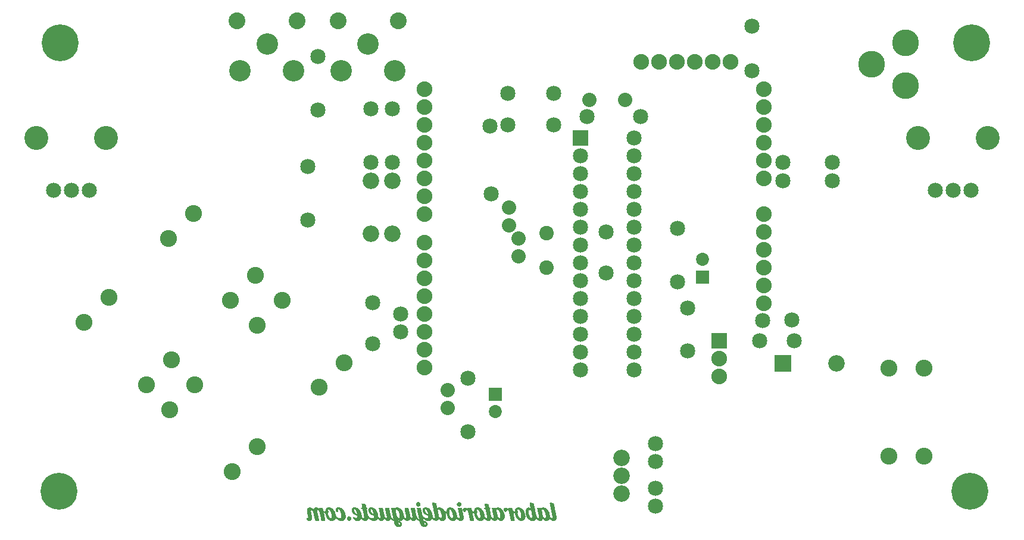
<source format=gbs>
G04 MADE WITH FRITZING*
G04 WWW.FRITZING.ORG*
G04 DOUBLE SIDED*
G04 HOLES PLATED*
G04 CONTOUR ON CENTER OF CONTOUR VECTOR*
%ASAXBY*%
%FSLAX23Y23*%
%MOIN*%
%OFA0B0*%
%SFA1.0B1.0*%
%ADD10C,0.206851*%
%ADD11C,0.120551*%
%ADD12C,0.094000*%
%ADD13C,0.095000*%
%ADD14C,0.085000*%
%ADD15C,0.092000*%
%ADD16C,0.084667*%
%ADD17C,0.084695*%
%ADD18C,0.134033*%
%ADD19C,0.080000*%
%ADD20C,0.072992*%
%ADD21C,0.150000*%
%ADD22C,0.088000*%
%ADD23C,0.080925*%
%ADD24C,0.080866*%
%ADD25R,0.072992X0.072992*%
%ADD26R,0.088000X0.088000*%
%ADD27R,0.092000X0.092000*%
%ADD28R,0.085000X0.085000*%
%ADD29C,0.030000*%
%ADD30R,0.001000X0.001000*%
%LNMASK0*%
G90*
G70*
G54D10*
X291Y2805D03*
X283Y293D03*
X5393Y2805D03*
X5385Y293D03*
G54D11*
X2015Y2798D03*
X2165Y2647D03*
X1865Y2647D03*
G54D12*
X2183Y2928D03*
X1848Y2928D03*
G54D11*
X1449Y2798D03*
X1598Y2647D03*
X1298Y2647D03*
G54D12*
X1616Y2928D03*
X1281Y2928D03*
G54D13*
X4929Y490D03*
X5126Y490D03*
X5126Y982D03*
X4929Y982D03*
X773Y890D03*
X912Y1029D03*
X564Y1377D03*
X425Y1238D03*
X1253Y402D03*
X1392Y541D03*
X1044Y889D03*
X905Y750D03*
G54D14*
X2039Y1120D03*
X2039Y1348D03*
G54D15*
X2149Y2033D03*
X2149Y1735D03*
X2031Y2033D03*
X2031Y1735D03*
G54D14*
X2031Y2435D03*
X2031Y2135D03*
X2149Y2435D03*
X2149Y2135D03*
X1677Y2112D03*
X1677Y1812D03*
X2196Y1285D03*
X2196Y1185D03*
X1732Y2427D03*
X1732Y2727D03*
G54D16*
X252Y1978D03*
X352Y1978D03*
G54D17*
X452Y1978D03*
G54D18*
X157Y2273D03*
X546Y2273D03*
G54D16*
X5189Y1978D03*
X5289Y1978D03*
G54D17*
X5389Y1978D03*
G54D18*
X5094Y2273D03*
X5483Y2273D03*
G54D14*
X4165Y2647D03*
X4165Y2899D03*
X4338Y2033D03*
X4614Y2033D03*
X4338Y2136D03*
X4614Y2136D03*
X3346Y1515D03*
X3346Y1745D03*
X4400Y1136D03*
X4207Y1136D03*
X2696Y2338D03*
X2703Y1960D03*
X3625Y310D03*
X3625Y210D03*
X3622Y458D03*
X3622Y558D03*
X3802Y1078D03*
X3802Y1319D03*
G54D19*
X2461Y760D03*
X2461Y860D03*
G54D20*
X2728Y835D03*
X2728Y737D03*
G54D14*
X2572Y924D03*
X2572Y624D03*
G54D20*
X3888Y1493D03*
X3888Y1591D03*
G54D14*
X3054Y2345D03*
X2798Y2345D03*
X3054Y2522D03*
X2798Y2522D03*
X3239Y2393D03*
X3539Y2393D03*
X3747Y1466D03*
X3747Y1766D03*
X4386Y1252D03*
X4222Y1247D03*
G54D21*
X5023Y2565D03*
X5023Y2805D03*
X4833Y2685D03*
G54D15*
X3433Y277D03*
X3433Y377D03*
X3433Y477D03*
G54D22*
X3981Y1134D03*
X3981Y1034D03*
X3981Y934D03*
G54D15*
X4338Y1010D03*
X4636Y1010D03*
G54D23*
X3015Y1740D03*
G54D24*
X3015Y1546D03*
G54D19*
X2804Y1782D03*
X2804Y1882D03*
X2857Y1609D03*
X2857Y1709D03*
X3252Y2484D03*
X3452Y2484D03*
G54D22*
X2331Y1686D03*
X2331Y1586D03*
X2331Y1486D03*
X2331Y1386D03*
X2331Y1286D03*
X2331Y1186D03*
X2331Y1086D03*
X2331Y986D03*
X2331Y2545D03*
X2331Y2445D03*
X2331Y2345D03*
X2331Y2245D03*
X2331Y2145D03*
X2331Y2045D03*
X2331Y1945D03*
X2331Y1845D03*
X4231Y1845D03*
X4231Y1745D03*
X4231Y1645D03*
X4231Y1545D03*
X4231Y1445D03*
X4231Y1345D03*
X4231Y2545D03*
X4231Y2445D03*
X4231Y2345D03*
X4231Y2245D03*
X4231Y2145D03*
X4231Y2045D03*
G54D14*
X3204Y2273D03*
X3504Y2273D03*
X3204Y2173D03*
X3504Y2173D03*
X3204Y2073D03*
X3504Y2073D03*
X3204Y1973D03*
X3504Y1973D03*
X3204Y1873D03*
X3504Y1873D03*
X3204Y1773D03*
X3504Y1773D03*
X3204Y1673D03*
X3504Y1673D03*
X3204Y1573D03*
X3504Y1573D03*
X3204Y1473D03*
X3504Y1473D03*
X3204Y1373D03*
X3504Y1373D03*
X3204Y1273D03*
X3504Y1273D03*
X3204Y1173D03*
X3504Y1173D03*
X3204Y1073D03*
X3504Y1073D03*
X3204Y973D03*
X3504Y973D03*
G54D22*
X4045Y2699D03*
X3945Y2699D03*
X3845Y2699D03*
X3745Y2699D03*
X3645Y2699D03*
X3545Y2699D03*
G54D13*
X1245Y1362D03*
X1384Y1502D03*
X1036Y1850D03*
X897Y1710D03*
X1741Y874D03*
X1881Y1013D03*
X1533Y1361D03*
X1393Y1222D03*
G54D25*
X2728Y835D03*
X3888Y1493D03*
G54D26*
X3981Y1134D03*
G54D27*
X4337Y1010D03*
G54D28*
X3204Y2273D03*
G54D29*
G36*
X2180Y2003D02*
X2118Y2003D01*
X2118Y2065D01*
X2180Y2065D01*
X2180Y2003D01*
G37*
D02*
G36*
X2062Y2003D02*
X2000Y2003D01*
X2000Y2065D01*
X2062Y2065D01*
X2062Y2003D01*
G37*
D02*
G36*
X3652Y282D02*
X3597Y282D01*
X3597Y337D01*
X3652Y337D01*
X3652Y282D01*
G37*
D02*
G36*
X3594Y486D02*
X3649Y486D01*
X3649Y431D01*
X3594Y431D01*
X3594Y486D01*
G37*
D02*
G36*
X3402Y308D02*
X3464Y308D01*
X3464Y246D01*
X3402Y246D01*
X3402Y308D01*
G37*
D02*
G54D30*
X2292Y230D02*
X2299Y230D01*
X2521Y230D02*
X2527Y230D01*
X2290Y229D02*
X2300Y229D01*
X2519Y229D02*
X2529Y229D01*
X2288Y228D02*
X2302Y228D01*
X2374Y228D02*
X2379Y228D01*
X2517Y228D02*
X2530Y228D01*
X2287Y227D02*
X2303Y227D01*
X2374Y227D02*
X2386Y227D01*
X2516Y227D02*
X2532Y227D01*
X2920Y227D02*
X2931Y227D01*
X3033Y227D02*
X3044Y227D01*
X2286Y226D02*
X2304Y226D01*
X2373Y226D02*
X2391Y226D01*
X2515Y226D02*
X2533Y226D01*
X2919Y226D02*
X2937Y226D01*
X3032Y226D02*
X3050Y226D01*
X2286Y225D02*
X2305Y225D01*
X2373Y225D02*
X2393Y225D01*
X2514Y225D02*
X2533Y225D01*
X2919Y225D02*
X2940Y225D01*
X3032Y225D02*
X3053Y225D01*
X2285Y224D02*
X2305Y224D01*
X2373Y224D02*
X2394Y224D01*
X2514Y224D02*
X2534Y224D01*
X2919Y224D02*
X2940Y224D01*
X3032Y224D02*
X3053Y224D01*
X2285Y223D02*
X2306Y223D01*
X2374Y223D02*
X2395Y223D01*
X2513Y223D02*
X2535Y223D01*
X2919Y223D02*
X2941Y223D01*
X3032Y223D02*
X3054Y223D01*
X1980Y222D02*
X1983Y222D01*
X2284Y222D02*
X2306Y222D01*
X2374Y222D02*
X2395Y222D01*
X2513Y222D02*
X2535Y222D01*
X2919Y222D02*
X2941Y222D01*
X3032Y222D02*
X3054Y222D01*
X1979Y221D02*
X1991Y221D01*
X2284Y221D02*
X2307Y221D01*
X2374Y221D02*
X2395Y221D01*
X2512Y221D02*
X2535Y221D01*
X2668Y221D02*
X2679Y221D01*
X2920Y221D02*
X2941Y221D01*
X3032Y221D02*
X3054Y221D01*
X1978Y220D02*
X1996Y220D01*
X2284Y220D02*
X2307Y220D01*
X2374Y220D02*
X2396Y220D01*
X2512Y220D02*
X2536Y220D01*
X2667Y220D02*
X2684Y220D01*
X2920Y220D02*
X2942Y220D01*
X3033Y220D02*
X3054Y220D01*
X1978Y219D02*
X1999Y219D01*
X2284Y219D02*
X2307Y219D01*
X2374Y219D02*
X2396Y219D01*
X2512Y219D02*
X2536Y219D01*
X2667Y219D02*
X2687Y219D01*
X2920Y219D02*
X2942Y219D01*
X3033Y219D02*
X3055Y219D01*
X1979Y218D02*
X2000Y218D01*
X2284Y218D02*
X2307Y218D01*
X2374Y218D02*
X2396Y218D01*
X2512Y218D02*
X2536Y218D01*
X2667Y218D02*
X2688Y218D01*
X2920Y218D02*
X2942Y218D01*
X3033Y218D02*
X3055Y218D01*
X1979Y217D02*
X2001Y217D01*
X2284Y217D02*
X2307Y217D01*
X2375Y217D02*
X2397Y217D01*
X2512Y217D02*
X2536Y217D01*
X2667Y217D02*
X2688Y217D01*
X2920Y217D02*
X2942Y217D01*
X3033Y217D02*
X3055Y217D01*
X1979Y216D02*
X2001Y216D01*
X2284Y216D02*
X2307Y216D01*
X2375Y216D02*
X2397Y216D01*
X2512Y216D02*
X2536Y216D01*
X2667Y216D02*
X2689Y216D01*
X2920Y216D02*
X2942Y216D01*
X3033Y216D02*
X3055Y216D01*
X1979Y215D02*
X2001Y215D01*
X2284Y215D02*
X2307Y215D01*
X2375Y215D02*
X2397Y215D01*
X2512Y215D02*
X2536Y215D01*
X2667Y215D02*
X2689Y215D01*
X2921Y215D02*
X2943Y215D01*
X3033Y215D02*
X3055Y215D01*
X1979Y214D02*
X2001Y214D01*
X2284Y214D02*
X2307Y214D01*
X2375Y214D02*
X2397Y214D01*
X2512Y214D02*
X2535Y214D01*
X2667Y214D02*
X2689Y214D01*
X2921Y214D02*
X2943Y214D01*
X3034Y214D02*
X3056Y214D01*
X1979Y213D02*
X2002Y213D01*
X2285Y213D02*
X2306Y213D01*
X2375Y213D02*
X2397Y213D01*
X2513Y213D02*
X2535Y213D01*
X2668Y213D02*
X2690Y213D01*
X2921Y213D02*
X2943Y213D01*
X3034Y213D02*
X3056Y213D01*
X1980Y212D02*
X2002Y212D01*
X2285Y212D02*
X2306Y212D01*
X2375Y212D02*
X2398Y212D01*
X2514Y212D02*
X2534Y212D01*
X2668Y212D02*
X2690Y212D01*
X2921Y212D02*
X2943Y212D01*
X3034Y212D02*
X3056Y212D01*
X1980Y211D02*
X2002Y211D01*
X2286Y211D02*
X2305Y211D01*
X2376Y211D02*
X2398Y211D01*
X2514Y211D02*
X2534Y211D01*
X2668Y211D02*
X2690Y211D01*
X2921Y211D02*
X2944Y211D01*
X3034Y211D02*
X3056Y211D01*
X1980Y210D02*
X2002Y210D01*
X2286Y210D02*
X2305Y210D01*
X2376Y210D02*
X2398Y210D01*
X2515Y210D02*
X2533Y210D01*
X2668Y210D02*
X2691Y210D01*
X2921Y210D02*
X2944Y210D01*
X3034Y210D02*
X3057Y210D01*
X1980Y209D02*
X2003Y209D01*
X2287Y209D02*
X2304Y209D01*
X2376Y209D02*
X2398Y209D01*
X2516Y209D02*
X2532Y209D01*
X2668Y209D02*
X2691Y209D01*
X2922Y209D02*
X2944Y209D01*
X3035Y209D02*
X3057Y209D01*
X1980Y208D02*
X2003Y208D01*
X2289Y208D02*
X2303Y208D01*
X2376Y208D02*
X2399Y208D01*
X2517Y208D02*
X2531Y208D01*
X2668Y208D02*
X2691Y208D01*
X2922Y208D02*
X2944Y208D01*
X3035Y208D02*
X3057Y208D01*
X1980Y207D02*
X2003Y207D01*
X2290Y207D02*
X2301Y207D01*
X2377Y207D02*
X2399Y207D01*
X2519Y207D02*
X2529Y207D01*
X2669Y207D02*
X2691Y207D01*
X2922Y207D02*
X2945Y207D01*
X3035Y207D02*
X3057Y207D01*
X1981Y206D02*
X2003Y206D01*
X2293Y206D02*
X2299Y206D01*
X2377Y206D02*
X2399Y206D01*
X2521Y206D02*
X2528Y206D01*
X2669Y206D02*
X2691Y206D01*
X2922Y206D02*
X2945Y206D01*
X3035Y206D02*
X3057Y206D01*
X1981Y205D02*
X2003Y205D01*
X2377Y205D02*
X2399Y205D01*
X2669Y205D02*
X2692Y205D01*
X2922Y205D02*
X2945Y205D01*
X3035Y205D02*
X3058Y205D01*
X1981Y204D02*
X2004Y204D01*
X2377Y204D02*
X2400Y204D01*
X2669Y204D02*
X2692Y204D01*
X2923Y204D02*
X2945Y204D01*
X3036Y204D02*
X3058Y204D01*
X1981Y203D02*
X2004Y203D01*
X2377Y203D02*
X2400Y203D01*
X2669Y203D02*
X2692Y203D01*
X2923Y203D02*
X2945Y203D01*
X3036Y203D02*
X3058Y203D01*
X1981Y202D02*
X2005Y202D01*
X2378Y202D02*
X2400Y202D01*
X2669Y202D02*
X2692Y202D01*
X2923Y202D02*
X2946Y202D01*
X3036Y202D02*
X3058Y202D01*
X1795Y201D02*
X1795Y201D01*
X1848Y201D02*
X1851Y201D01*
X1935Y201D02*
X1941Y201D01*
X1981Y201D02*
X2005Y201D01*
X2030Y201D02*
X2034Y201D01*
X2335Y201D02*
X2338Y201D01*
X2378Y201D02*
X2400Y201D01*
X2626Y201D02*
X2628Y201D01*
X2669Y201D02*
X2693Y201D01*
X2856Y201D02*
X2857Y201D01*
X2923Y201D02*
X2946Y201D01*
X3036Y201D02*
X3059Y201D01*
X1684Y200D02*
X1692Y200D01*
X1718Y200D02*
X1728Y200D01*
X1788Y200D02*
X1802Y200D01*
X1842Y200D02*
X1857Y200D01*
X1931Y200D02*
X1947Y200D01*
X1980Y200D02*
X2006Y200D01*
X2024Y200D02*
X2040Y200D01*
X2172Y200D02*
X2183Y200D01*
X2329Y200D02*
X2344Y200D01*
X2378Y200D02*
X2400Y200D01*
X2407Y200D02*
X2419Y200D01*
X2466Y200D02*
X2481Y200D01*
X2620Y200D02*
X2635Y200D01*
X2669Y200D02*
X2694Y200D01*
X2737Y200D02*
X2747Y200D01*
X2849Y200D02*
X2863Y200D01*
X2910Y200D02*
X2917Y200D01*
X2923Y200D02*
X2946Y200D01*
X2990Y200D02*
X3001Y200D01*
X3036Y200D02*
X3059Y200D01*
X1681Y199D02*
X1696Y199D01*
X1716Y199D02*
X1731Y199D01*
X1740Y199D02*
X1760Y199D01*
X1786Y199D02*
X1806Y199D01*
X1840Y199D02*
X1861Y199D01*
X1929Y199D02*
X1950Y199D01*
X1976Y199D02*
X2008Y199D01*
X2022Y199D02*
X2043Y199D01*
X2076Y199D02*
X2095Y199D01*
X2111Y199D02*
X2131Y199D01*
X2145Y199D02*
X2163Y199D01*
X2170Y199D02*
X2186Y199D01*
X2218Y199D02*
X2239Y199D01*
X2255Y199D02*
X2274Y199D01*
X2289Y199D02*
X2309Y199D01*
X2326Y199D02*
X2347Y199D01*
X2378Y199D02*
X2401Y199D01*
X2405Y199D02*
X2422Y199D01*
X2464Y199D02*
X2485Y199D01*
X2518Y199D02*
X2537Y199D01*
X2553Y199D02*
X2560Y199D01*
X2574Y199D02*
X2592Y199D01*
X2617Y199D02*
X2638Y199D01*
X2664Y199D02*
X2696Y199D01*
X2709Y199D02*
X2728Y199D01*
X2734Y199D02*
X2751Y199D01*
X2781Y199D02*
X2789Y199D01*
X2799Y199D02*
X2821Y199D01*
X2846Y199D02*
X2867Y199D01*
X2907Y199D02*
X2921Y199D01*
X2923Y199D02*
X2946Y199D01*
X2963Y199D02*
X2981Y199D01*
X2988Y199D02*
X3004Y199D01*
X3037Y199D02*
X3059Y199D01*
X1679Y198D02*
X1698Y198D01*
X1714Y198D02*
X1733Y198D01*
X1739Y198D02*
X1760Y198D01*
X1784Y198D02*
X1808Y198D01*
X1838Y198D02*
X1863Y198D01*
X1928Y198D02*
X1953Y198D01*
X1975Y198D02*
X2009Y198D01*
X2020Y198D02*
X2045Y198D01*
X2075Y198D02*
X2096Y198D01*
X2110Y198D02*
X2131Y198D01*
X2144Y198D02*
X2165Y198D01*
X2168Y198D02*
X2189Y198D01*
X2219Y198D02*
X2240Y198D01*
X2254Y198D02*
X2275Y198D01*
X2288Y198D02*
X2309Y198D01*
X2325Y198D02*
X2350Y198D01*
X2378Y198D02*
X2401Y198D01*
X2403Y198D02*
X2424Y198D01*
X2462Y198D02*
X2487Y198D01*
X2517Y198D02*
X2539Y198D01*
X2550Y198D02*
X2563Y198D01*
X2572Y198D02*
X2593Y198D01*
X2616Y198D02*
X2641Y198D01*
X2663Y198D02*
X2697Y198D01*
X2708Y198D02*
X2729Y198D01*
X2732Y198D02*
X2754Y198D01*
X2779Y198D02*
X2792Y198D01*
X2799Y198D02*
X2821Y198D01*
X2845Y198D02*
X2869Y198D01*
X2905Y198D02*
X2946Y198D01*
X2961Y198D02*
X2983Y198D01*
X2986Y198D02*
X3007Y198D01*
X3037Y198D02*
X3059Y198D01*
X1678Y197D02*
X1700Y197D01*
X1713Y197D02*
X1735Y197D01*
X1739Y197D02*
X1760Y197D01*
X1782Y197D02*
X1810Y197D01*
X1837Y197D02*
X1865Y197D01*
X1927Y197D02*
X1955Y197D01*
X1975Y197D02*
X2010Y197D01*
X2019Y197D02*
X2047Y197D01*
X2075Y197D02*
X2096Y197D01*
X2110Y197D02*
X2132Y197D01*
X2144Y197D02*
X2191Y197D01*
X2219Y197D02*
X2240Y197D01*
X2254Y197D02*
X2276Y197D01*
X2288Y197D02*
X2310Y197D01*
X2324Y197D02*
X2352Y197D01*
X2379Y197D02*
X2426Y197D01*
X2461Y197D02*
X2489Y197D01*
X2517Y197D02*
X2539Y197D01*
X2549Y197D02*
X2565Y197D01*
X2571Y197D02*
X2593Y197D01*
X2614Y197D02*
X2642Y197D01*
X2663Y197D02*
X2698Y197D01*
X2708Y197D02*
X2756Y197D01*
X2777Y197D02*
X2794Y197D01*
X2799Y197D02*
X2821Y197D01*
X2843Y197D02*
X2871Y197D01*
X2904Y197D02*
X2947Y197D01*
X2961Y197D02*
X3009Y197D01*
X3037Y197D02*
X3059Y197D01*
X1677Y196D02*
X1701Y196D01*
X1712Y196D02*
X1761Y196D01*
X1781Y196D02*
X1812Y196D01*
X1836Y196D02*
X1867Y196D01*
X1926Y196D02*
X1956Y196D01*
X1975Y196D02*
X2010Y196D01*
X2018Y196D02*
X2049Y196D01*
X2075Y196D02*
X2097Y196D01*
X2110Y196D02*
X2132Y196D01*
X2144Y196D02*
X2193Y196D01*
X2219Y196D02*
X2241Y196D01*
X2254Y196D02*
X2276Y196D01*
X2288Y196D02*
X2310Y196D01*
X2323Y196D02*
X2354Y196D01*
X2379Y196D02*
X2428Y196D01*
X2460Y196D02*
X2490Y196D01*
X2517Y196D02*
X2539Y196D01*
X2548Y196D02*
X2567Y196D01*
X2571Y196D02*
X2593Y196D01*
X2613Y196D02*
X2644Y196D01*
X2663Y196D02*
X2698Y196D01*
X2708Y196D02*
X2757Y196D01*
X2777Y196D02*
X2796Y196D01*
X2799Y196D02*
X2822Y196D01*
X2842Y196D02*
X2873Y196D01*
X2903Y196D02*
X2947Y196D01*
X2961Y196D02*
X3010Y196D01*
X3037Y196D02*
X3060Y196D01*
X1676Y195D02*
X1703Y195D01*
X1711Y195D02*
X1761Y195D01*
X1780Y195D02*
X1813Y195D01*
X1835Y195D02*
X1868Y195D01*
X1925Y195D02*
X1958Y195D01*
X1975Y195D02*
X2010Y195D01*
X2017Y195D02*
X2050Y195D01*
X2075Y195D02*
X2097Y195D01*
X2110Y195D02*
X2132Y195D01*
X2144Y195D02*
X2194Y195D01*
X2219Y195D02*
X2241Y195D01*
X2254Y195D02*
X2276Y195D01*
X2288Y195D02*
X2310Y195D01*
X2322Y195D02*
X2355Y195D01*
X2379Y195D02*
X2429Y195D01*
X2459Y195D02*
X2492Y195D01*
X2517Y195D02*
X2540Y195D01*
X2547Y195D02*
X2569Y195D01*
X2571Y195D02*
X2593Y195D01*
X2613Y195D02*
X2646Y195D01*
X2663Y195D02*
X2698Y195D01*
X2708Y195D02*
X2759Y195D01*
X2776Y195D02*
X2797Y195D01*
X2799Y195D02*
X2822Y195D01*
X2841Y195D02*
X2874Y195D01*
X2902Y195D02*
X2947Y195D01*
X2962Y195D02*
X3012Y195D01*
X3037Y195D02*
X3060Y195D01*
X1675Y194D02*
X1704Y194D01*
X1710Y194D02*
X1761Y194D01*
X1779Y194D02*
X1815Y194D01*
X1835Y194D02*
X1870Y194D01*
X1924Y194D02*
X1959Y194D01*
X1976Y194D02*
X2010Y194D01*
X2017Y194D02*
X2052Y194D01*
X2075Y194D02*
X2097Y194D01*
X2110Y194D02*
X2132Y194D01*
X2144Y194D02*
X2196Y194D01*
X2219Y194D02*
X2241Y194D01*
X2254Y194D02*
X2276Y194D01*
X2288Y194D02*
X2310Y194D01*
X2322Y194D02*
X2357Y194D01*
X2379Y194D02*
X2431Y194D01*
X2458Y194D02*
X2493Y194D01*
X2518Y194D02*
X2540Y194D01*
X2547Y194D02*
X2594Y194D01*
X2612Y194D02*
X2647Y194D01*
X2664Y194D02*
X2698Y194D01*
X2708Y194D02*
X2760Y194D01*
X2775Y194D02*
X2822Y194D01*
X2840Y194D02*
X2876Y194D01*
X2901Y194D02*
X2947Y194D01*
X2962Y194D02*
X3013Y194D01*
X3038Y194D02*
X3060Y194D01*
X1674Y193D02*
X1705Y193D01*
X1709Y193D02*
X1761Y193D01*
X1779Y193D02*
X1816Y193D01*
X1834Y193D02*
X1871Y193D01*
X1924Y193D02*
X1960Y193D01*
X1976Y193D02*
X2009Y193D01*
X2017Y193D02*
X2053Y193D01*
X2075Y193D02*
X2097Y193D01*
X2110Y193D02*
X2133Y193D01*
X2144Y193D02*
X2197Y193D01*
X2219Y193D02*
X2241Y193D01*
X2254Y193D02*
X2276Y193D01*
X2288Y193D02*
X2310Y193D01*
X2321Y193D02*
X2358Y193D01*
X2379Y193D02*
X2432Y193D01*
X2458Y193D02*
X2494Y193D01*
X2518Y193D02*
X2540Y193D01*
X2546Y193D02*
X2594Y193D01*
X2611Y193D02*
X2648Y193D01*
X2664Y193D02*
X2697Y193D01*
X2708Y193D02*
X2761Y193D01*
X2775Y193D02*
X2822Y193D01*
X2840Y193D02*
X2877Y193D01*
X2901Y193D02*
X2948Y193D01*
X2962Y193D02*
X3014Y193D01*
X3038Y193D02*
X3060Y193D01*
X1674Y192D02*
X1706Y192D01*
X1709Y192D02*
X1762Y192D01*
X1778Y192D02*
X1817Y192D01*
X1834Y192D02*
X1872Y192D01*
X1923Y192D02*
X1962Y192D01*
X1978Y192D02*
X2008Y192D01*
X2016Y192D02*
X2054Y192D01*
X2075Y192D02*
X2098Y192D01*
X2111Y192D02*
X2133Y192D01*
X2145Y192D02*
X2198Y192D01*
X2219Y192D02*
X2242Y192D01*
X2254Y192D02*
X2277Y192D01*
X2288Y192D02*
X2311Y192D01*
X2321Y192D02*
X2359Y192D01*
X2380Y192D02*
X2433Y192D01*
X2457Y192D02*
X2495Y192D01*
X2518Y192D02*
X2540Y192D01*
X2546Y192D02*
X2594Y192D01*
X2611Y192D02*
X2649Y192D01*
X2666Y192D02*
X2696Y192D01*
X2709Y192D02*
X2762Y192D01*
X2774Y192D02*
X2822Y192D01*
X2839Y192D02*
X2878Y192D01*
X2900Y192D02*
X2948Y192D01*
X2962Y192D02*
X3015Y192D01*
X3038Y192D02*
X3060Y192D01*
X1673Y191D02*
X1762Y191D01*
X1778Y191D02*
X1818Y191D01*
X1834Y191D02*
X1873Y191D01*
X1923Y191D02*
X1963Y191D01*
X1983Y191D02*
X2007Y191D01*
X2016Y191D02*
X2055Y191D01*
X2076Y191D02*
X2098Y191D01*
X2111Y191D02*
X2133Y191D01*
X2145Y191D02*
X2199Y191D01*
X2220Y191D02*
X2242Y191D01*
X2255Y191D02*
X2277Y191D01*
X2289Y191D02*
X2311Y191D01*
X2321Y191D02*
X2360Y191D01*
X2380Y191D02*
X2434Y191D01*
X2456Y191D02*
X2496Y191D01*
X2518Y191D02*
X2541Y191D01*
X2545Y191D02*
X2594Y191D01*
X2610Y191D02*
X2650Y191D01*
X2671Y191D02*
X2695Y191D01*
X2709Y191D02*
X2763Y191D01*
X2774Y191D02*
X2823Y191D01*
X2839Y191D02*
X2879Y191D01*
X2900Y191D02*
X2948Y191D01*
X2962Y191D02*
X3016Y191D01*
X3038Y191D02*
X3061Y191D01*
X1673Y190D02*
X1762Y190D01*
X1777Y190D02*
X1819Y190D01*
X1834Y190D02*
X1847Y190D01*
X1851Y190D02*
X1874Y190D01*
X1923Y190D02*
X1937Y190D01*
X1941Y190D02*
X1964Y190D01*
X1984Y190D02*
X2007Y190D01*
X2016Y190D02*
X2029Y190D01*
X2033Y190D02*
X2056Y190D01*
X2076Y190D02*
X2098Y190D01*
X2111Y190D02*
X2133Y190D01*
X2145Y190D02*
X2200Y190D01*
X2220Y190D02*
X2242Y190D01*
X2255Y190D02*
X2277Y190D01*
X2289Y190D02*
X2311Y190D01*
X2320Y190D02*
X2334Y190D01*
X2338Y190D02*
X2361Y190D01*
X2380Y190D02*
X2435Y190D01*
X2456Y190D02*
X2497Y190D01*
X2518Y190D02*
X2541Y190D01*
X2545Y190D02*
X2594Y190D01*
X2610Y190D02*
X2651Y190D01*
X2672Y190D02*
X2695Y190D01*
X2709Y190D02*
X2764Y190D01*
X2774Y190D02*
X2823Y190D01*
X2838Y190D02*
X2880Y190D01*
X2899Y190D02*
X2948Y190D01*
X2963Y190D02*
X3017Y190D01*
X3038Y190D02*
X3061Y190D01*
X1673Y189D02*
X1762Y189D01*
X1777Y189D02*
X1791Y189D01*
X1796Y189D02*
X1820Y189D01*
X1833Y189D02*
X1846Y189D01*
X1852Y189D02*
X1875Y189D01*
X1923Y189D02*
X1936Y189D01*
X1942Y189D02*
X1964Y189D01*
X1984Y189D02*
X2007Y189D01*
X2016Y189D02*
X2029Y189D01*
X2034Y189D02*
X2057Y189D01*
X2076Y189D02*
X2098Y189D01*
X2111Y189D02*
X2133Y189D01*
X2145Y189D02*
X2201Y189D01*
X2220Y189D02*
X2242Y189D01*
X2255Y189D02*
X2277Y189D01*
X2289Y189D02*
X2311Y189D01*
X2320Y189D02*
X2333Y189D01*
X2339Y189D02*
X2362Y189D01*
X2380Y189D02*
X2436Y189D01*
X2456Y189D02*
X2469Y189D01*
X2474Y189D02*
X2498Y189D01*
X2519Y189D02*
X2541Y189D01*
X2545Y189D02*
X2595Y189D01*
X2609Y189D02*
X2623Y189D01*
X2628Y189D02*
X2652Y189D01*
X2672Y189D02*
X2695Y189D01*
X2709Y189D02*
X2765Y189D01*
X2774Y189D02*
X2823Y189D01*
X2838Y189D02*
X2852Y189D01*
X2856Y189D02*
X2881Y189D01*
X2899Y189D02*
X2948Y189D01*
X2963Y189D02*
X3018Y189D01*
X3039Y189D02*
X3061Y189D01*
X1673Y188D02*
X1763Y188D01*
X1777Y188D02*
X1790Y188D01*
X1797Y188D02*
X1821Y188D01*
X1833Y188D02*
X1846Y188D01*
X1853Y188D02*
X1876Y188D01*
X1923Y188D02*
X1936Y188D01*
X1943Y188D02*
X1965Y188D01*
X1984Y188D02*
X2007Y188D01*
X2016Y188D02*
X2028Y188D01*
X2035Y188D02*
X2058Y188D01*
X2076Y188D02*
X2098Y188D01*
X2111Y188D02*
X2134Y188D01*
X2145Y188D02*
X2170Y188D01*
X2177Y188D02*
X2202Y188D01*
X2220Y188D02*
X2242Y188D01*
X2255Y188D02*
X2277Y188D01*
X2289Y188D02*
X2311Y188D01*
X2320Y188D02*
X2333Y188D01*
X2340Y188D02*
X2363Y188D01*
X2380Y188D02*
X2405Y188D01*
X2412Y188D02*
X2437Y188D01*
X2455Y188D02*
X2468Y188D01*
X2476Y188D02*
X2499Y188D01*
X2519Y188D02*
X2541Y188D01*
X2545Y188D02*
X2595Y188D01*
X2609Y188D02*
X2622Y188D01*
X2630Y188D02*
X2653Y188D01*
X2673Y188D02*
X2695Y188D01*
X2709Y188D02*
X2734Y188D01*
X2741Y188D02*
X2765Y188D01*
X2774Y188D02*
X2823Y188D01*
X2838Y188D02*
X2851Y188D01*
X2858Y188D02*
X2882Y188D01*
X2898Y188D02*
X2949Y188D01*
X2963Y188D02*
X2988Y188D01*
X2994Y188D02*
X3019Y188D01*
X3039Y188D02*
X3061Y188D01*
X1673Y187D02*
X1763Y187D01*
X1776Y187D02*
X1790Y187D01*
X1798Y187D02*
X1821Y187D01*
X1833Y187D02*
X1846Y187D01*
X1854Y187D02*
X1877Y187D01*
X1923Y187D02*
X1936Y187D01*
X1944Y187D02*
X1966Y187D01*
X1985Y187D02*
X2007Y187D01*
X2015Y187D02*
X2028Y187D01*
X2036Y187D02*
X2058Y187D01*
X2076Y187D02*
X2099Y187D01*
X2111Y187D02*
X2134Y187D01*
X2146Y187D02*
X2169Y187D01*
X2178Y187D02*
X2203Y187D01*
X2220Y187D02*
X2243Y187D01*
X2255Y187D02*
X2278Y187D01*
X2289Y187D02*
X2312Y187D01*
X2320Y187D02*
X2333Y187D01*
X2341Y187D02*
X2363Y187D01*
X2381Y187D02*
X2405Y187D01*
X2413Y187D02*
X2438Y187D01*
X2455Y187D02*
X2468Y187D01*
X2477Y187D02*
X2500Y187D01*
X2519Y187D02*
X2542Y187D01*
X2545Y187D02*
X2595Y187D01*
X2609Y187D02*
X2622Y187D01*
X2631Y187D02*
X2654Y187D01*
X2673Y187D02*
X2696Y187D01*
X2710Y187D02*
X2733Y187D01*
X2742Y187D02*
X2766Y187D01*
X2774Y187D02*
X2824Y187D01*
X2837Y187D02*
X2851Y187D01*
X2859Y187D02*
X2882Y187D01*
X2898Y187D02*
X2949Y187D01*
X2963Y187D02*
X2987Y187D01*
X2996Y187D02*
X3020Y187D01*
X3039Y187D02*
X3061Y187D01*
X1673Y186D02*
X1763Y186D01*
X1776Y186D02*
X1789Y186D01*
X1799Y186D02*
X1822Y186D01*
X1833Y186D02*
X1846Y186D01*
X1855Y186D02*
X1877Y186D01*
X1923Y186D02*
X1936Y186D01*
X1945Y186D02*
X1967Y186D01*
X1985Y186D02*
X2008Y186D01*
X2015Y186D02*
X2028Y186D01*
X2037Y186D02*
X2059Y186D01*
X2077Y186D02*
X2099Y186D01*
X2112Y186D02*
X2134Y186D01*
X2146Y186D02*
X2169Y186D01*
X2179Y186D02*
X2203Y186D01*
X2220Y186D02*
X2243Y186D01*
X2256Y186D02*
X2278Y186D01*
X2290Y186D02*
X2312Y186D01*
X2320Y186D02*
X2333Y186D01*
X2342Y186D02*
X2364Y186D01*
X2381Y186D02*
X2404Y186D01*
X2415Y186D02*
X2439Y186D01*
X2455Y186D02*
X2468Y186D01*
X2478Y186D02*
X2500Y186D01*
X2519Y186D02*
X2542Y186D01*
X2545Y186D02*
X2595Y186D01*
X2609Y186D02*
X2622Y186D01*
X2632Y186D02*
X2655Y186D01*
X2673Y186D02*
X2696Y186D01*
X2710Y186D02*
X2733Y186D01*
X2743Y186D02*
X2767Y186D01*
X2774Y186D02*
X2824Y186D01*
X2837Y186D02*
X2851Y186D01*
X2860Y186D02*
X2883Y186D01*
X2898Y186D02*
X2916Y186D01*
X2925Y186D02*
X2949Y186D01*
X2963Y186D02*
X2987Y186D01*
X2997Y186D02*
X3021Y186D01*
X3039Y186D02*
X3062Y186D01*
X1673Y185D02*
X1763Y185D01*
X1776Y185D02*
X1789Y185D01*
X1800Y185D02*
X1823Y185D01*
X1833Y185D02*
X1846Y185D01*
X1856Y185D02*
X1878Y185D01*
X1923Y185D02*
X1936Y185D01*
X1945Y185D02*
X1968Y185D01*
X1985Y185D02*
X2008Y185D01*
X2015Y185D02*
X2028Y185D01*
X2038Y185D02*
X2060Y185D01*
X2077Y185D02*
X2099Y185D01*
X2112Y185D02*
X2134Y185D01*
X2146Y185D02*
X2169Y185D01*
X2180Y185D02*
X2204Y185D01*
X2221Y185D02*
X2243Y185D01*
X2256Y185D02*
X2278Y185D01*
X2290Y185D02*
X2312Y185D01*
X2320Y185D02*
X2333Y185D01*
X2342Y185D02*
X2365Y185D01*
X2381Y185D02*
X2404Y185D01*
X2416Y185D02*
X2440Y185D01*
X2454Y185D02*
X2468Y185D01*
X2479Y185D02*
X2501Y185D01*
X2520Y185D02*
X2542Y185D01*
X2546Y185D02*
X2564Y185D01*
X2567Y185D02*
X2596Y185D01*
X2608Y185D02*
X2622Y185D01*
X2633Y185D02*
X2655Y185D01*
X2673Y185D02*
X2696Y185D01*
X2710Y185D02*
X2733Y185D01*
X2744Y185D02*
X2768Y185D01*
X2774Y185D02*
X2824Y185D01*
X2837Y185D02*
X2851Y185D01*
X2861Y185D02*
X2884Y185D01*
X2898Y185D02*
X2915Y185D01*
X2926Y185D02*
X2949Y185D01*
X2964Y185D02*
X2987Y185D01*
X2998Y185D02*
X3021Y185D01*
X3039Y185D02*
X3062Y185D01*
X1672Y184D02*
X1696Y184D01*
X1701Y184D02*
X1731Y184D01*
X1736Y184D02*
X1764Y184D01*
X1776Y184D02*
X1790Y184D01*
X1801Y184D02*
X1824Y184D01*
X1833Y184D02*
X1846Y184D01*
X1856Y184D02*
X1879Y184D01*
X1923Y184D02*
X1936Y184D01*
X1946Y184D02*
X1968Y184D01*
X1985Y184D02*
X2008Y184D01*
X2015Y184D02*
X2028Y184D01*
X2038Y184D02*
X2061Y184D01*
X2077Y184D02*
X2099Y184D01*
X2112Y184D02*
X2134Y184D01*
X2146Y184D02*
X2169Y184D01*
X2181Y184D02*
X2205Y184D01*
X2221Y184D02*
X2243Y184D01*
X2256Y184D02*
X2278Y184D01*
X2290Y184D02*
X2312Y184D01*
X2320Y184D02*
X2333Y184D01*
X2343Y184D02*
X2365Y184D01*
X2381Y184D02*
X2404Y184D01*
X2417Y184D02*
X2440Y184D01*
X2454Y184D02*
X2468Y184D01*
X2479Y184D02*
X2502Y184D01*
X2520Y184D02*
X2542Y184D01*
X2546Y184D02*
X2563Y184D01*
X2569Y184D02*
X2596Y184D01*
X2608Y184D02*
X2622Y184D01*
X2633Y184D02*
X2656Y184D01*
X2673Y184D02*
X2696Y184D01*
X2710Y184D02*
X2733Y184D01*
X2745Y184D02*
X2768Y184D01*
X2775Y184D02*
X2792Y184D01*
X2798Y184D02*
X2824Y184D01*
X2837Y184D02*
X2851Y184D01*
X2862Y184D02*
X2885Y184D01*
X2897Y184D02*
X2915Y184D01*
X2927Y184D02*
X2950Y184D01*
X2964Y184D02*
X2987Y184D01*
X2999Y184D02*
X3022Y184D01*
X3040Y184D02*
X3062Y184D01*
X1673Y183D02*
X1695Y183D01*
X1702Y183D02*
X1730Y183D01*
X1737Y183D02*
X1764Y183D01*
X1776Y183D02*
X1790Y183D01*
X1802Y183D02*
X1824Y183D01*
X1834Y183D02*
X1846Y183D01*
X1857Y183D02*
X1879Y183D01*
X1923Y183D02*
X1936Y183D01*
X1946Y183D02*
X1969Y183D01*
X1985Y183D02*
X2008Y183D01*
X2016Y183D02*
X2029Y183D01*
X2039Y183D02*
X2061Y183D01*
X2077Y183D02*
X2099Y183D01*
X2112Y183D02*
X2135Y183D01*
X2146Y183D02*
X2169Y183D01*
X2182Y183D02*
X2205Y183D01*
X2221Y183D02*
X2243Y183D01*
X2256Y183D02*
X2279Y183D01*
X2290Y183D02*
X2313Y183D01*
X2320Y183D02*
X2333Y183D01*
X2344Y183D02*
X2366Y183D01*
X2381Y183D02*
X2404Y183D01*
X2417Y183D02*
X2441Y183D01*
X2454Y183D02*
X2469Y183D01*
X2480Y183D02*
X2503Y183D01*
X2520Y183D02*
X2542Y183D01*
X2546Y183D02*
X2563Y183D01*
X2571Y183D02*
X2596Y183D01*
X2608Y183D02*
X2623Y183D01*
X2634Y183D02*
X2657Y183D01*
X2674Y183D02*
X2696Y183D01*
X2710Y183D02*
X2733Y183D01*
X2746Y183D02*
X2769Y183D01*
X2775Y183D02*
X2792Y183D01*
X2800Y183D02*
X2825Y183D01*
X2837Y183D02*
X2851Y183D01*
X2863Y183D02*
X2885Y183D01*
X2897Y183D02*
X2914Y183D01*
X2927Y183D02*
X2950Y183D01*
X2964Y183D02*
X2987Y183D01*
X3000Y183D02*
X3023Y183D01*
X3040Y183D02*
X3062Y183D01*
X1673Y182D02*
X1695Y182D01*
X1703Y182D02*
X1730Y182D01*
X1738Y182D02*
X1764Y182D01*
X1775Y182D02*
X1791Y182D01*
X1802Y182D02*
X1825Y182D01*
X1834Y182D02*
X1846Y182D01*
X1857Y182D02*
X1880Y182D01*
X1923Y182D02*
X1936Y182D01*
X1947Y182D02*
X1969Y182D01*
X1986Y182D02*
X2008Y182D01*
X2016Y182D02*
X2029Y182D01*
X2040Y182D02*
X2062Y182D01*
X2077Y182D02*
X2100Y182D01*
X2112Y182D02*
X2135Y182D01*
X2147Y182D02*
X2169Y182D01*
X2183Y182D02*
X2206Y182D01*
X2221Y182D02*
X2244Y182D01*
X2256Y182D02*
X2279Y182D01*
X2290Y182D02*
X2313Y182D01*
X2320Y182D02*
X2333Y182D01*
X2344Y182D02*
X2366Y182D01*
X2382Y182D02*
X2405Y182D01*
X2418Y182D02*
X2442Y182D01*
X2454Y182D02*
X2469Y182D01*
X2481Y182D02*
X2503Y182D01*
X2520Y182D02*
X2543Y182D01*
X2547Y182D02*
X2563Y182D01*
X2572Y182D02*
X2597Y182D01*
X2608Y182D02*
X2623Y182D01*
X2635Y182D02*
X2657Y182D01*
X2674Y182D02*
X2697Y182D01*
X2711Y182D02*
X2733Y182D01*
X2747Y182D02*
X2770Y182D01*
X2776Y182D02*
X2791Y182D01*
X2801Y182D02*
X2825Y182D01*
X2836Y182D02*
X2852Y182D01*
X2863Y182D02*
X2886Y182D01*
X2897Y182D02*
X2914Y182D01*
X2928Y182D02*
X2950Y182D01*
X2964Y182D02*
X2987Y182D01*
X3000Y182D02*
X3023Y182D01*
X3040Y182D02*
X3063Y182D01*
X1673Y181D02*
X1694Y181D01*
X1704Y181D02*
X1730Y181D01*
X1739Y181D02*
X1764Y181D01*
X1775Y181D02*
X1791Y181D01*
X1803Y181D02*
X1825Y181D01*
X1834Y181D02*
X1846Y181D01*
X1858Y181D02*
X1880Y181D01*
X1923Y181D02*
X1936Y181D01*
X1947Y181D02*
X1970Y181D01*
X1986Y181D02*
X2009Y181D01*
X2016Y181D02*
X2029Y181D01*
X2040Y181D02*
X2062Y181D01*
X2078Y181D02*
X2100Y181D01*
X2113Y181D02*
X2135Y181D01*
X2147Y181D02*
X2169Y181D01*
X2183Y181D02*
X2206Y181D01*
X2221Y181D02*
X2244Y181D01*
X2257Y181D02*
X2279Y181D01*
X2291Y181D02*
X2313Y181D01*
X2320Y181D02*
X2334Y181D01*
X2345Y181D02*
X2367Y181D01*
X2382Y181D02*
X2405Y181D01*
X2419Y181D02*
X2444Y181D01*
X2454Y181D02*
X2470Y181D01*
X2481Y181D02*
X2504Y181D01*
X2520Y181D02*
X2543Y181D01*
X2548Y181D02*
X2562Y181D01*
X2573Y181D02*
X2598Y181D01*
X2607Y181D02*
X2624Y181D01*
X2635Y181D02*
X2658Y181D01*
X2674Y181D02*
X2697Y181D01*
X2711Y181D02*
X2733Y181D01*
X2748Y181D02*
X2770Y181D01*
X2776Y181D02*
X2790Y181D01*
X2802Y181D02*
X2825Y181D01*
X2836Y181D02*
X2852Y181D01*
X2864Y181D02*
X2886Y181D01*
X2897Y181D02*
X2913Y181D01*
X2928Y181D02*
X2950Y181D01*
X2964Y181D02*
X2987Y181D01*
X3001Y181D02*
X3024Y181D01*
X3040Y181D02*
X3063Y181D01*
X1673Y180D02*
X1694Y180D01*
X1705Y180D02*
X1730Y180D01*
X1740Y180D02*
X1767Y180D01*
X1775Y180D02*
X1792Y180D01*
X1803Y180D02*
X1826Y180D01*
X1835Y180D02*
X1846Y180D01*
X1858Y180D02*
X1881Y180D01*
X1924Y180D02*
X1937Y180D01*
X1948Y180D02*
X1971Y180D01*
X1986Y180D02*
X2009Y180D01*
X2016Y180D02*
X2029Y180D01*
X2041Y180D02*
X2063Y180D01*
X2078Y180D02*
X2100Y180D01*
X2113Y180D02*
X2135Y180D01*
X2147Y180D02*
X2170Y180D01*
X2184Y180D02*
X2207Y180D01*
X2222Y180D02*
X2244Y180D01*
X2257Y180D02*
X2279Y180D01*
X2291Y180D02*
X2313Y180D01*
X2321Y180D02*
X2334Y180D01*
X2345Y180D02*
X2367Y180D01*
X2382Y180D02*
X2405Y180D01*
X2419Y180D02*
X2445Y180D01*
X2454Y180D02*
X2470Y180D01*
X2482Y180D02*
X2504Y180D01*
X2521Y180D02*
X2543Y180D01*
X2548Y180D02*
X2561Y180D01*
X2573Y180D02*
X2599Y180D01*
X2607Y180D02*
X2624Y180D01*
X2636Y180D02*
X2658Y180D01*
X2674Y180D02*
X2697Y180D01*
X2711Y180D02*
X2734Y180D01*
X2748Y180D02*
X2771Y180D01*
X2777Y180D02*
X2790Y180D01*
X2802Y180D02*
X2828Y180D01*
X2836Y180D02*
X2853Y180D01*
X2864Y180D02*
X2887Y180D01*
X2897Y180D02*
X2913Y180D01*
X2928Y180D02*
X2950Y180D01*
X2965Y180D02*
X2987Y180D01*
X3002Y180D02*
X3024Y180D01*
X3040Y180D02*
X3063Y180D01*
X1673Y179D02*
X1694Y179D01*
X1705Y179D02*
X1730Y179D01*
X1740Y179D02*
X1770Y179D01*
X1774Y179D02*
X1792Y179D01*
X1804Y179D02*
X1827Y179D01*
X1835Y179D02*
X1846Y179D01*
X1859Y179D02*
X1881Y179D01*
X1924Y179D02*
X1937Y179D01*
X1948Y179D02*
X1971Y179D01*
X1986Y179D02*
X2009Y179D01*
X2016Y179D02*
X2030Y179D01*
X2041Y179D02*
X2063Y179D01*
X2078Y179D02*
X2100Y179D01*
X2113Y179D02*
X2135Y179D01*
X2147Y179D02*
X2170Y179D01*
X2185Y179D02*
X2208Y179D01*
X2222Y179D02*
X2244Y179D01*
X2257Y179D02*
X2279Y179D01*
X2291Y179D02*
X2313Y179D01*
X2321Y179D02*
X2334Y179D01*
X2346Y179D02*
X2368Y179D01*
X2382Y179D02*
X2405Y179D01*
X2420Y179D02*
X2448Y179D01*
X2453Y179D02*
X2470Y179D01*
X2482Y179D02*
X2505Y179D01*
X2521Y179D02*
X2543Y179D01*
X2549Y179D02*
X2561Y179D01*
X2574Y179D02*
X2625Y179D01*
X2636Y179D02*
X2659Y179D01*
X2675Y179D02*
X2697Y179D01*
X2711Y179D02*
X2734Y179D01*
X2749Y179D02*
X2771Y179D01*
X2778Y179D02*
X2789Y179D01*
X2803Y179D02*
X2831Y179D01*
X2835Y179D02*
X2853Y179D01*
X2865Y179D02*
X2888Y179D01*
X2896Y179D02*
X2913Y179D01*
X2928Y179D02*
X2951Y179D01*
X2965Y179D02*
X2987Y179D01*
X3002Y179D02*
X3025Y179D01*
X3041Y179D02*
X3063Y179D01*
X1673Y178D02*
X1694Y178D01*
X1706Y178D02*
X1730Y178D01*
X1741Y178D02*
X1792Y178D01*
X1804Y178D02*
X1827Y178D01*
X1836Y178D02*
X1846Y178D01*
X1859Y178D02*
X1882Y178D01*
X1924Y178D02*
X1938Y178D01*
X1949Y178D02*
X1972Y178D01*
X1987Y178D02*
X2009Y178D01*
X2017Y178D02*
X2030Y178D01*
X2042Y178D02*
X2064Y178D01*
X2078Y178D02*
X2101Y178D01*
X2113Y178D02*
X2136Y178D01*
X2147Y178D02*
X2170Y178D01*
X2185Y178D02*
X2208Y178D01*
X2222Y178D02*
X2245Y178D01*
X2257Y178D02*
X2280Y178D01*
X2291Y178D02*
X2314Y178D01*
X2321Y178D02*
X2335Y178D01*
X2346Y178D02*
X2368Y178D01*
X2382Y178D02*
X2405Y178D01*
X2420Y178D02*
X2471Y178D01*
X2483Y178D02*
X2505Y178D01*
X2521Y178D02*
X2543Y178D01*
X2551Y178D02*
X2559Y178D01*
X2574Y178D02*
X2625Y178D01*
X2637Y178D02*
X2659Y178D01*
X2675Y178D02*
X2697Y178D01*
X2711Y178D02*
X2734Y178D01*
X2749Y178D02*
X2772Y178D01*
X2779Y178D02*
X2788Y178D01*
X2803Y178D02*
X2853Y178D01*
X2865Y178D02*
X2888Y178D01*
X2896Y178D02*
X2913Y178D01*
X2928Y178D02*
X2951Y178D01*
X2965Y178D02*
X2987Y178D01*
X3003Y178D02*
X3025Y178D01*
X3041Y178D02*
X3063Y178D01*
X1673Y177D02*
X1694Y177D01*
X1706Y177D02*
X1730Y177D01*
X1741Y177D02*
X1792Y177D01*
X1805Y177D02*
X1828Y177D01*
X1837Y177D02*
X1845Y177D01*
X1860Y177D02*
X1882Y177D01*
X1924Y177D02*
X1938Y177D01*
X1949Y177D02*
X1972Y177D01*
X1987Y177D02*
X2009Y177D01*
X2017Y177D02*
X2031Y177D01*
X2042Y177D02*
X2064Y177D01*
X2078Y177D02*
X2101Y177D01*
X2113Y177D02*
X2136Y177D01*
X2148Y177D02*
X2170Y177D01*
X2186Y177D02*
X2209Y177D01*
X2222Y177D02*
X2245Y177D01*
X2257Y177D02*
X2280Y177D01*
X2291Y177D02*
X2314Y177D01*
X2321Y177D02*
X2335Y177D01*
X2347Y177D02*
X2369Y177D01*
X2383Y177D02*
X2405Y177D01*
X2421Y177D02*
X2471Y177D01*
X2483Y177D02*
X2506Y177D01*
X2521Y177D02*
X2544Y177D01*
X2552Y177D02*
X2558Y177D01*
X2574Y177D02*
X2625Y177D01*
X2637Y177D02*
X2660Y177D01*
X2675Y177D02*
X2698Y177D01*
X2712Y177D02*
X2734Y177D01*
X2750Y177D02*
X2772Y177D01*
X2782Y177D02*
X2787Y177D01*
X2803Y177D02*
X2853Y177D01*
X2866Y177D02*
X2889Y177D01*
X2896Y177D02*
X2913Y177D01*
X2929Y177D02*
X2951Y177D01*
X2965Y177D02*
X2988Y177D01*
X3003Y177D02*
X3026Y177D01*
X3041Y177D02*
X3064Y177D01*
X1673Y176D02*
X1694Y176D01*
X1706Y176D02*
X1730Y176D01*
X1742Y176D02*
X1793Y176D01*
X1805Y176D02*
X1828Y176D01*
X1839Y176D02*
X1844Y176D01*
X1860Y176D02*
X1883Y176D01*
X1925Y176D02*
X1939Y176D01*
X1950Y176D02*
X1972Y176D01*
X1987Y176D02*
X2010Y176D01*
X2017Y176D02*
X2031Y176D01*
X2042Y176D02*
X2065Y176D01*
X2079Y176D02*
X2101Y176D01*
X2114Y176D02*
X2136Y176D01*
X2148Y176D02*
X2170Y176D01*
X2186Y176D02*
X2209Y176D01*
X2222Y176D02*
X2245Y176D01*
X2258Y176D02*
X2280Y176D01*
X2292Y176D02*
X2314Y176D01*
X2322Y176D02*
X2336Y176D01*
X2347Y176D02*
X2369Y176D01*
X2383Y176D02*
X2406Y176D01*
X2421Y176D02*
X2471Y176D01*
X2484Y176D02*
X2506Y176D01*
X2521Y176D02*
X2544Y176D01*
X2574Y176D02*
X2625Y176D01*
X2638Y176D02*
X2660Y176D01*
X2675Y176D02*
X2698Y176D01*
X2712Y176D02*
X2734Y176D01*
X2750Y176D02*
X2773Y176D01*
X2803Y176D02*
X2854Y176D01*
X2866Y176D02*
X2889Y176D01*
X2896Y176D02*
X2913Y176D01*
X2929Y176D02*
X2951Y176D01*
X2965Y176D02*
X2988Y176D01*
X3004Y176D02*
X3026Y176D01*
X3041Y176D02*
X3064Y176D01*
X1673Y175D02*
X1694Y175D01*
X1707Y175D02*
X1730Y175D01*
X1742Y175D02*
X1793Y175D01*
X1806Y175D02*
X1828Y175D01*
X1861Y175D02*
X1883Y175D01*
X1925Y175D02*
X1939Y175D01*
X1950Y175D02*
X1973Y175D01*
X1987Y175D02*
X2010Y175D01*
X2018Y175D02*
X2032Y175D01*
X2043Y175D02*
X2065Y175D01*
X2079Y175D02*
X2101Y175D01*
X2114Y175D02*
X2136Y175D01*
X2148Y175D02*
X2171Y175D01*
X2187Y175D02*
X2209Y175D01*
X2223Y175D02*
X2245Y175D01*
X2258Y175D02*
X2280Y175D01*
X2292Y175D02*
X2314Y175D01*
X2322Y175D02*
X2336Y175D01*
X2347Y175D02*
X2370Y175D01*
X2383Y175D02*
X2406Y175D01*
X2422Y175D02*
X2471Y175D01*
X2484Y175D02*
X2507Y175D01*
X2522Y175D02*
X2544Y175D01*
X2575Y175D02*
X2625Y175D01*
X2638Y175D02*
X2661Y175D01*
X2675Y175D02*
X2698Y175D01*
X2712Y175D02*
X2735Y175D01*
X2751Y175D02*
X2773Y175D01*
X2804Y175D02*
X2854Y175D01*
X2867Y175D02*
X2889Y175D01*
X2896Y175D02*
X2913Y175D01*
X2929Y175D02*
X2952Y175D01*
X2966Y175D02*
X2988Y175D01*
X3004Y175D02*
X3027Y175D01*
X3041Y175D02*
X3064Y175D01*
X1673Y174D02*
X1694Y174D01*
X1707Y174D02*
X1731Y174D01*
X1742Y174D02*
X1793Y174D01*
X1806Y174D02*
X1829Y174D01*
X1861Y174D02*
X1883Y174D01*
X1926Y174D02*
X1940Y174D01*
X1951Y174D02*
X1973Y174D01*
X1987Y174D02*
X2010Y174D01*
X2018Y174D02*
X2032Y174D01*
X2043Y174D02*
X2066Y174D01*
X2079Y174D02*
X2101Y174D01*
X2114Y174D02*
X2137Y174D01*
X2148Y174D02*
X2171Y174D01*
X2187Y174D02*
X2210Y174D01*
X2223Y174D02*
X2245Y174D01*
X2258Y174D02*
X2280Y174D01*
X2292Y174D02*
X2314Y174D01*
X2323Y174D02*
X2337Y174D01*
X2348Y174D02*
X2370Y174D01*
X2383Y174D02*
X2406Y174D01*
X2422Y174D02*
X2471Y174D01*
X2485Y174D02*
X2507Y174D01*
X2522Y174D02*
X2544Y174D01*
X2575Y174D02*
X2625Y174D01*
X2639Y174D02*
X2661Y174D01*
X2676Y174D02*
X2698Y174D01*
X2712Y174D02*
X2735Y174D01*
X2751Y174D02*
X2774Y174D01*
X2804Y174D02*
X2853Y174D01*
X2867Y174D02*
X2890Y174D01*
X2896Y174D02*
X2913Y174D01*
X2929Y174D02*
X2952Y174D01*
X2966Y174D02*
X2988Y174D01*
X3005Y174D02*
X3027Y174D01*
X3042Y174D02*
X3064Y174D01*
X1674Y173D02*
X1695Y173D01*
X1707Y173D02*
X1731Y173D01*
X1743Y173D02*
X1792Y173D01*
X1806Y173D02*
X1829Y173D01*
X1861Y173D02*
X1884Y173D01*
X1926Y173D02*
X1940Y173D01*
X1951Y173D02*
X1974Y173D01*
X1988Y173D02*
X2010Y173D01*
X2019Y173D02*
X2033Y173D01*
X2044Y173D02*
X2066Y173D01*
X2079Y173D02*
X2102Y173D01*
X2114Y173D02*
X2137Y173D01*
X2148Y173D02*
X2171Y173D01*
X2187Y173D02*
X2210Y173D01*
X2223Y173D02*
X2246Y173D01*
X2258Y173D02*
X2281Y173D01*
X2292Y173D02*
X2315Y173D01*
X2323Y173D02*
X2337Y173D01*
X2348Y173D02*
X2370Y173D01*
X2383Y173D02*
X2406Y173D01*
X2422Y173D02*
X2471Y173D01*
X2485Y173D02*
X2507Y173D01*
X2522Y173D02*
X2544Y173D01*
X2575Y173D02*
X2625Y173D01*
X2639Y173D02*
X2662Y173D01*
X2676Y173D02*
X2698Y173D01*
X2712Y173D02*
X2735Y173D01*
X2752Y173D02*
X2774Y173D01*
X2804Y173D02*
X2853Y173D01*
X2868Y173D02*
X2890Y173D01*
X2896Y173D02*
X2913Y173D01*
X2929Y173D02*
X2952Y173D01*
X2966Y173D02*
X2988Y173D01*
X3005Y173D02*
X3028Y173D01*
X3042Y173D02*
X3064Y173D01*
X1674Y172D02*
X1695Y172D01*
X1708Y172D02*
X1731Y172D01*
X1743Y172D02*
X1792Y172D01*
X1807Y172D02*
X1830Y172D01*
X1862Y172D02*
X1884Y172D01*
X1927Y172D02*
X1941Y172D01*
X1951Y172D02*
X1974Y172D01*
X1988Y172D02*
X2010Y172D01*
X2019Y172D02*
X2034Y172D01*
X2044Y172D02*
X2066Y172D01*
X2079Y172D02*
X2102Y172D01*
X2114Y172D02*
X2137Y172D01*
X2149Y172D02*
X2171Y172D01*
X2188Y172D02*
X2211Y172D01*
X2223Y172D02*
X2246Y172D01*
X2258Y172D02*
X2281Y172D01*
X2292Y172D02*
X2315Y172D01*
X2324Y172D02*
X2338Y172D01*
X2348Y172D02*
X2371Y172D01*
X2384Y172D02*
X2406Y172D01*
X2423Y172D02*
X2471Y172D01*
X2485Y172D02*
X2508Y172D01*
X2522Y172D02*
X2545Y172D01*
X2576Y172D02*
X2624Y172D01*
X2639Y172D02*
X2662Y172D01*
X2676Y172D02*
X2699Y172D01*
X2713Y172D02*
X2735Y172D01*
X2752Y172D02*
X2774Y172D01*
X2804Y172D02*
X2853Y172D01*
X2868Y172D02*
X2891Y172D01*
X2896Y172D02*
X2913Y172D01*
X2930Y172D02*
X2952Y172D01*
X2966Y172D02*
X2989Y172D01*
X3006Y172D02*
X3028Y172D01*
X3042Y172D02*
X3065Y172D01*
X1674Y171D02*
X1695Y171D01*
X1708Y171D02*
X1731Y171D01*
X1743Y171D02*
X1792Y171D01*
X1807Y171D02*
X1830Y171D01*
X1862Y171D02*
X1884Y171D01*
X1928Y171D02*
X1942Y171D01*
X1952Y171D02*
X1974Y171D01*
X1988Y171D02*
X2011Y171D01*
X2020Y171D02*
X2035Y171D01*
X2044Y171D02*
X2067Y171D01*
X2080Y171D02*
X2102Y171D01*
X2115Y171D02*
X2137Y171D01*
X2149Y171D02*
X2171Y171D01*
X2188Y171D02*
X2211Y171D01*
X2223Y171D02*
X2246Y171D01*
X2259Y171D02*
X2281Y171D01*
X2293Y171D02*
X2315Y171D01*
X2324Y171D02*
X2339Y171D01*
X2349Y171D02*
X2371Y171D01*
X2384Y171D02*
X2407Y171D01*
X2423Y171D02*
X2470Y171D01*
X2486Y171D02*
X2508Y171D01*
X2522Y171D02*
X2545Y171D01*
X2576Y171D02*
X2624Y171D01*
X2640Y171D02*
X2662Y171D01*
X2676Y171D02*
X2699Y171D01*
X2713Y171D02*
X2735Y171D01*
X2752Y171D02*
X2775Y171D01*
X2805Y171D02*
X2853Y171D01*
X2868Y171D02*
X2891Y171D01*
X2897Y171D02*
X2913Y171D01*
X2930Y171D02*
X2952Y171D01*
X2966Y171D02*
X2989Y171D01*
X3006Y171D02*
X3028Y171D01*
X3042Y171D02*
X3065Y171D01*
X1674Y170D02*
X1695Y170D01*
X1708Y170D02*
X1731Y170D01*
X1743Y170D02*
X1767Y170D01*
X1769Y170D02*
X1791Y170D01*
X1808Y170D02*
X1830Y170D01*
X1862Y170D02*
X1885Y170D01*
X1928Y170D02*
X1943Y170D01*
X1952Y170D02*
X1975Y170D01*
X1988Y170D02*
X2011Y170D01*
X2021Y170D02*
X2036Y170D01*
X2045Y170D02*
X2067Y170D01*
X2080Y170D02*
X2102Y170D01*
X2115Y170D02*
X2137Y170D01*
X2149Y170D02*
X2171Y170D01*
X2188Y170D02*
X2211Y170D01*
X2224Y170D02*
X2246Y170D01*
X2259Y170D02*
X2281Y170D01*
X2293Y170D02*
X2315Y170D01*
X2325Y170D02*
X2340Y170D01*
X2349Y170D02*
X2372Y170D01*
X2384Y170D02*
X2407Y170D01*
X2423Y170D02*
X2470Y170D01*
X2486Y170D02*
X2509Y170D01*
X2523Y170D02*
X2545Y170D01*
X2576Y170D02*
X2599Y170D01*
X2602Y170D02*
X2624Y170D01*
X2640Y170D02*
X2663Y170D01*
X2676Y170D02*
X2699Y170D01*
X2713Y170D02*
X2736Y170D01*
X2753Y170D02*
X2775Y170D01*
X2805Y170D02*
X2828Y170D01*
X2830Y170D02*
X2852Y170D01*
X2869Y170D02*
X2891Y170D01*
X2897Y170D02*
X2913Y170D01*
X2930Y170D02*
X2953Y170D01*
X2967Y170D02*
X2989Y170D01*
X3006Y170D02*
X3029Y170D01*
X3043Y170D02*
X3065Y170D01*
X1674Y169D02*
X1695Y169D01*
X1709Y169D02*
X1731Y169D01*
X1744Y169D02*
X1767Y169D01*
X1773Y169D02*
X1791Y169D01*
X1808Y169D02*
X1831Y169D01*
X1863Y169D02*
X1885Y169D01*
X1929Y169D02*
X1944Y169D01*
X1952Y169D02*
X1975Y169D01*
X1989Y169D02*
X2011Y169D01*
X2022Y169D02*
X2037Y169D01*
X2045Y169D02*
X2067Y169D01*
X2080Y169D02*
X2103Y169D01*
X2115Y169D02*
X2138Y169D01*
X2149Y169D02*
X2172Y169D01*
X2189Y169D02*
X2212Y169D01*
X2224Y169D02*
X2247Y169D01*
X2259Y169D02*
X2282Y169D01*
X2293Y169D02*
X2316Y169D01*
X2326Y169D02*
X2341Y169D01*
X2349Y169D02*
X2372Y169D01*
X2384Y169D02*
X2407Y169D01*
X2424Y169D02*
X2447Y169D01*
X2451Y169D02*
X2469Y169D01*
X2486Y169D02*
X2509Y169D01*
X2523Y169D02*
X2545Y169D01*
X2576Y169D02*
X2599Y169D01*
X2605Y169D02*
X2623Y169D01*
X2640Y169D02*
X2663Y169D01*
X2677Y169D02*
X2699Y169D01*
X2713Y169D02*
X2736Y169D01*
X2753Y169D02*
X2776Y169D01*
X2805Y169D02*
X2828Y169D01*
X2834Y169D02*
X2851Y169D01*
X2869Y169D02*
X2892Y169D01*
X2897Y169D02*
X2913Y169D01*
X2930Y169D02*
X2953Y169D01*
X2967Y169D02*
X2989Y169D01*
X3007Y169D02*
X3029Y169D01*
X3043Y169D02*
X3065Y169D01*
X1674Y168D02*
X1696Y168D01*
X1709Y168D02*
X1732Y168D01*
X1744Y168D02*
X1767Y168D01*
X1775Y168D02*
X1790Y168D01*
X1808Y168D02*
X1831Y168D01*
X1863Y168D02*
X1885Y168D01*
X1930Y168D02*
X1945Y168D01*
X1953Y168D02*
X1975Y168D01*
X1989Y168D02*
X2011Y168D01*
X2022Y168D02*
X2038Y168D01*
X2045Y168D02*
X2068Y168D01*
X2080Y168D02*
X2103Y168D01*
X2115Y168D02*
X2138Y168D01*
X2149Y168D02*
X2172Y168D01*
X2189Y168D02*
X2212Y168D01*
X2224Y168D02*
X2247Y168D01*
X2259Y168D02*
X2282Y168D01*
X2293Y168D02*
X2316Y168D01*
X2327Y168D02*
X2343Y168D01*
X2350Y168D02*
X2372Y168D01*
X2385Y168D02*
X2407Y168D01*
X2424Y168D02*
X2447Y168D01*
X2454Y168D02*
X2468Y168D01*
X2487Y168D02*
X2509Y168D01*
X2523Y168D02*
X2545Y168D01*
X2576Y168D02*
X2599Y168D01*
X2607Y168D02*
X2623Y168D01*
X2641Y168D02*
X2663Y168D01*
X2677Y168D02*
X2699Y168D01*
X2713Y168D02*
X2736Y168D01*
X2753Y168D02*
X2776Y168D01*
X2805Y168D02*
X2828Y168D01*
X2836Y168D02*
X2851Y168D01*
X2869Y168D02*
X2892Y168D01*
X2897Y168D02*
X2913Y168D01*
X2931Y168D02*
X2953Y168D01*
X2967Y168D02*
X2990Y168D01*
X3007Y168D02*
X3029Y168D01*
X3043Y168D02*
X3065Y168D01*
X1675Y167D02*
X1696Y167D01*
X1709Y167D02*
X1732Y167D01*
X1744Y167D02*
X1767Y167D01*
X1775Y167D02*
X1790Y167D01*
X1808Y167D02*
X1831Y167D01*
X1863Y167D02*
X1886Y167D01*
X1931Y167D02*
X1947Y167D01*
X1953Y167D02*
X1976Y167D01*
X1989Y167D02*
X2011Y167D01*
X2023Y167D02*
X2040Y167D01*
X2045Y167D02*
X2068Y167D01*
X2080Y167D02*
X2103Y167D01*
X2115Y167D02*
X2138Y167D01*
X2150Y167D02*
X2172Y167D01*
X2189Y167D02*
X2212Y167D01*
X2224Y167D02*
X2247Y167D01*
X2259Y167D02*
X2282Y167D01*
X2294Y167D02*
X2316Y167D01*
X2328Y167D02*
X2344Y167D01*
X2350Y167D02*
X2373Y167D01*
X2385Y167D02*
X2407Y167D01*
X2424Y167D02*
X2448Y167D01*
X2454Y167D02*
X2468Y167D01*
X2487Y167D02*
X2510Y167D01*
X2523Y167D02*
X2546Y167D01*
X2577Y167D02*
X2600Y167D01*
X2608Y167D02*
X2623Y167D01*
X2641Y167D02*
X2664Y167D01*
X2677Y167D02*
X2700Y167D01*
X2714Y167D02*
X2736Y167D01*
X2754Y167D02*
X2776Y167D01*
X2805Y167D02*
X2828Y167D01*
X2836Y167D02*
X2851Y167D01*
X2869Y167D02*
X2892Y167D01*
X2897Y167D02*
X2914Y167D01*
X2931Y167D02*
X2953Y167D01*
X2967Y167D02*
X2990Y167D01*
X3007Y167D02*
X3030Y167D01*
X3043Y167D02*
X3065Y167D01*
X1675Y166D02*
X1696Y166D01*
X1709Y166D02*
X1732Y166D01*
X1744Y166D02*
X1767Y166D01*
X1776Y166D02*
X1790Y166D01*
X1809Y166D02*
X1831Y166D01*
X1863Y166D02*
X1886Y166D01*
X1932Y166D02*
X1949Y166D01*
X1953Y166D02*
X1976Y166D01*
X1989Y166D02*
X2012Y166D01*
X2024Y166D02*
X2042Y166D01*
X2045Y166D02*
X2068Y166D01*
X2081Y166D02*
X2103Y166D01*
X2116Y166D02*
X2138Y166D01*
X2150Y166D02*
X2172Y166D01*
X2190Y166D02*
X2212Y166D01*
X2224Y166D02*
X2247Y166D01*
X2260Y166D02*
X2282Y166D01*
X2294Y166D02*
X2316Y166D01*
X2329Y166D02*
X2347Y166D01*
X2350Y166D02*
X2373Y166D01*
X2385Y166D02*
X2408Y166D01*
X2425Y166D02*
X2448Y166D01*
X2454Y166D02*
X2469Y166D01*
X2487Y166D02*
X2510Y166D01*
X2523Y166D02*
X2546Y166D01*
X2577Y166D02*
X2600Y166D01*
X2608Y166D02*
X2623Y166D01*
X2641Y166D02*
X2664Y166D01*
X2677Y166D02*
X2700Y166D01*
X2714Y166D02*
X2736Y166D01*
X2754Y166D02*
X2777Y166D01*
X2806Y166D02*
X2828Y166D01*
X2837Y166D02*
X2851Y166D01*
X2870Y166D02*
X2893Y166D01*
X2897Y166D02*
X2914Y166D01*
X2931Y166D02*
X2954Y166D01*
X2967Y166D02*
X2990Y166D01*
X3007Y166D02*
X3030Y166D01*
X3043Y166D02*
X3066Y166D01*
X1675Y165D02*
X1696Y165D01*
X1710Y165D02*
X1732Y165D01*
X1745Y165D02*
X1768Y165D01*
X1776Y165D02*
X1790Y165D01*
X1809Y165D02*
X1832Y165D01*
X1864Y165D02*
X1886Y165D01*
X1933Y165D02*
X1976Y165D01*
X1989Y165D02*
X2012Y165D01*
X2025Y165D02*
X2069Y165D01*
X2081Y165D02*
X2103Y165D01*
X2116Y165D02*
X2139Y165D01*
X2150Y165D02*
X2173Y165D01*
X2190Y165D02*
X2213Y165D01*
X2225Y165D02*
X2247Y165D01*
X2260Y165D02*
X2282Y165D01*
X2294Y165D02*
X2316Y165D01*
X2330Y165D02*
X2373Y165D01*
X2385Y165D02*
X2408Y165D01*
X2425Y165D02*
X2448Y165D01*
X2454Y165D02*
X2469Y165D01*
X2487Y165D02*
X2510Y165D01*
X2523Y165D02*
X2546Y165D01*
X2577Y165D02*
X2600Y165D01*
X2608Y165D02*
X2623Y165D01*
X2641Y165D02*
X2664Y165D01*
X2677Y165D02*
X2700Y165D01*
X2714Y165D02*
X2737Y165D01*
X2754Y165D02*
X2777Y165D01*
X2806Y165D02*
X2829Y165D01*
X2837Y165D02*
X2851Y165D01*
X2870Y165D02*
X2893Y165D01*
X2897Y165D02*
X2914Y165D01*
X2931Y165D02*
X2954Y165D01*
X2968Y165D02*
X2990Y165D01*
X3008Y165D02*
X3030Y165D01*
X3044Y165D02*
X3066Y165D01*
X1675Y164D02*
X1696Y164D01*
X1710Y164D02*
X1733Y164D01*
X1745Y164D02*
X1768Y164D01*
X1776Y164D02*
X1790Y164D01*
X1809Y164D02*
X1832Y164D01*
X1864Y164D02*
X1886Y164D01*
X1934Y164D02*
X1976Y164D01*
X1990Y164D02*
X2012Y164D01*
X2026Y164D02*
X2069Y164D01*
X2081Y164D02*
X2104Y164D01*
X2116Y164D02*
X2139Y164D01*
X2150Y164D02*
X2173Y164D01*
X2190Y164D02*
X2213Y164D01*
X2225Y164D02*
X2248Y164D01*
X2260Y164D02*
X2283Y164D01*
X2294Y164D02*
X2317Y164D01*
X2331Y164D02*
X2373Y164D01*
X2385Y164D02*
X2408Y164D01*
X2425Y164D02*
X2448Y164D01*
X2455Y164D02*
X2469Y164D01*
X2488Y164D02*
X2510Y164D01*
X2524Y164D02*
X2546Y164D01*
X2577Y164D02*
X2600Y164D01*
X2609Y164D02*
X2623Y164D01*
X2642Y164D02*
X2664Y164D01*
X2678Y164D02*
X2700Y164D01*
X2714Y164D02*
X2737Y164D01*
X2754Y164D02*
X2777Y164D01*
X2806Y164D02*
X2829Y164D01*
X2837Y164D02*
X2851Y164D01*
X2870Y164D02*
X2893Y164D01*
X2897Y164D02*
X2914Y164D01*
X2931Y164D02*
X2954Y164D01*
X2968Y164D02*
X2990Y164D01*
X3008Y164D02*
X3030Y164D01*
X3044Y164D02*
X3066Y164D01*
X1675Y163D02*
X1697Y163D01*
X1710Y163D02*
X1733Y163D01*
X1745Y163D02*
X1768Y163D01*
X1776Y163D02*
X1791Y163D01*
X1809Y163D02*
X1832Y163D01*
X1864Y163D02*
X1887Y163D01*
X1935Y163D02*
X1977Y163D01*
X1990Y163D02*
X2012Y163D01*
X2028Y163D02*
X2069Y163D01*
X2081Y163D02*
X2104Y163D01*
X2116Y163D02*
X2139Y163D01*
X2150Y163D02*
X2173Y163D01*
X2190Y163D02*
X2213Y163D01*
X2225Y163D02*
X2248Y163D01*
X2260Y163D02*
X2283Y163D01*
X2294Y163D02*
X2317Y163D01*
X2332Y163D02*
X2374Y163D01*
X2386Y163D02*
X2408Y163D01*
X2425Y163D02*
X2448Y163D01*
X2455Y163D02*
X2469Y163D01*
X2488Y163D02*
X2511Y163D01*
X2524Y163D02*
X2546Y163D01*
X2578Y163D02*
X2600Y163D01*
X2609Y163D02*
X2623Y163D01*
X2642Y163D02*
X2665Y163D01*
X2678Y163D02*
X2700Y163D01*
X2715Y163D02*
X2737Y163D01*
X2754Y163D02*
X2777Y163D01*
X2806Y163D02*
X2829Y163D01*
X2837Y163D02*
X2852Y163D01*
X2870Y163D02*
X2893Y163D01*
X2898Y163D02*
X2914Y163D01*
X2932Y163D02*
X2954Y163D01*
X2968Y163D02*
X2991Y163D01*
X3008Y163D02*
X3031Y163D01*
X3044Y163D02*
X3066Y163D01*
X1676Y162D02*
X1697Y162D01*
X1710Y162D02*
X1733Y162D01*
X1745Y162D02*
X1768Y162D01*
X1777Y162D02*
X1791Y162D01*
X1810Y162D02*
X1832Y162D01*
X1864Y162D02*
X1887Y162D01*
X1936Y162D02*
X1977Y162D01*
X1990Y162D02*
X2013Y162D01*
X2029Y162D02*
X2069Y162D01*
X2081Y162D02*
X2104Y162D01*
X2116Y162D02*
X2139Y162D01*
X2151Y162D02*
X2173Y162D01*
X2190Y162D02*
X2213Y162D01*
X2225Y162D02*
X2248Y162D01*
X2260Y162D02*
X2283Y162D01*
X2295Y162D02*
X2317Y162D01*
X2334Y162D02*
X2374Y162D01*
X2386Y162D02*
X2408Y162D01*
X2426Y162D02*
X2449Y162D01*
X2455Y162D02*
X2469Y162D01*
X2488Y162D02*
X2511Y162D01*
X2524Y162D02*
X2547Y162D01*
X2578Y162D02*
X2600Y162D01*
X2609Y162D02*
X2623Y162D01*
X2642Y162D02*
X2665Y162D01*
X2678Y162D02*
X2701Y162D01*
X2715Y162D02*
X2737Y162D01*
X2755Y162D02*
X2778Y162D01*
X2806Y162D02*
X2829Y162D01*
X2838Y162D02*
X2852Y162D01*
X2870Y162D02*
X2893Y162D01*
X2898Y162D02*
X2915Y162D01*
X2932Y162D02*
X2955Y162D01*
X2968Y162D02*
X2991Y162D01*
X3008Y162D02*
X3031Y162D01*
X3044Y162D02*
X3066Y162D01*
X1676Y161D02*
X1697Y161D01*
X1710Y161D02*
X1733Y161D01*
X1746Y161D02*
X1768Y161D01*
X1777Y161D02*
X1791Y161D01*
X1810Y161D02*
X1833Y161D01*
X1864Y161D02*
X1887Y161D01*
X1938Y161D02*
X1977Y161D01*
X1990Y161D02*
X2013Y161D01*
X2031Y161D02*
X2069Y161D01*
X2082Y161D02*
X2104Y161D01*
X2117Y161D02*
X2140Y161D01*
X2151Y161D02*
X2173Y161D01*
X2191Y161D02*
X2213Y161D01*
X2225Y161D02*
X2248Y161D01*
X2261Y161D02*
X2283Y161D01*
X2295Y161D02*
X2317Y161D01*
X2335Y161D02*
X2374Y161D01*
X2386Y161D02*
X2409Y161D01*
X2426Y161D02*
X2449Y161D01*
X2455Y161D02*
X2470Y161D01*
X2488Y161D02*
X2511Y161D01*
X2524Y161D02*
X2547Y161D01*
X2578Y161D02*
X2601Y161D01*
X2609Y161D02*
X2624Y161D01*
X2642Y161D02*
X2665Y161D01*
X2678Y161D02*
X2701Y161D01*
X2715Y161D02*
X2738Y161D01*
X2755Y161D02*
X2778Y161D01*
X2807Y161D02*
X2829Y161D01*
X2838Y161D02*
X2852Y161D01*
X2871Y161D02*
X2894Y161D01*
X2898Y161D02*
X2915Y161D01*
X2932Y161D02*
X2955Y161D01*
X2968Y161D02*
X2991Y161D01*
X3008Y161D02*
X3031Y161D01*
X3044Y161D02*
X3067Y161D01*
X1676Y160D02*
X1697Y160D01*
X1711Y160D02*
X1733Y160D01*
X1746Y160D02*
X1769Y160D01*
X1777Y160D02*
X1791Y160D01*
X1810Y160D02*
X1833Y160D01*
X1864Y160D02*
X1887Y160D01*
X1940Y160D02*
X1977Y160D01*
X1990Y160D02*
X2013Y160D01*
X2032Y160D02*
X2070Y160D01*
X2082Y160D02*
X2105Y160D01*
X2117Y160D02*
X2140Y160D01*
X2151Y160D02*
X2174Y160D01*
X2191Y160D02*
X2214Y160D01*
X2226Y160D02*
X2249Y160D01*
X2261Y160D02*
X2284Y160D01*
X2295Y160D02*
X2317Y160D01*
X2337Y160D02*
X2374Y160D01*
X2386Y160D02*
X2409Y160D01*
X2426Y160D02*
X2449Y160D01*
X2456Y160D02*
X2470Y160D01*
X2488Y160D02*
X2511Y160D01*
X2524Y160D02*
X2547Y160D01*
X2578Y160D02*
X2601Y160D01*
X2610Y160D02*
X2624Y160D01*
X2642Y160D02*
X2665Y160D01*
X2678Y160D02*
X2701Y160D01*
X2715Y160D02*
X2738Y160D01*
X2755Y160D02*
X2778Y160D01*
X2807Y160D02*
X2829Y160D01*
X2838Y160D02*
X2852Y160D01*
X2871Y160D02*
X2894Y160D01*
X2898Y160D02*
X2915Y160D01*
X2932Y160D02*
X2955Y160D01*
X2969Y160D02*
X2991Y160D01*
X3008Y160D02*
X3031Y160D01*
X3045Y160D02*
X3067Y160D01*
X1676Y159D02*
X1697Y159D01*
X1711Y159D02*
X1734Y159D01*
X1746Y159D02*
X1769Y159D01*
X1777Y159D02*
X1792Y159D01*
X1810Y159D02*
X1833Y159D01*
X1865Y159D02*
X1887Y159D01*
X1941Y159D02*
X1977Y159D01*
X1991Y159D02*
X2013Y159D01*
X2034Y159D02*
X2070Y159D01*
X2082Y159D02*
X2105Y159D01*
X2117Y159D02*
X2140Y159D01*
X2151Y159D02*
X2174Y159D01*
X2191Y159D02*
X2214Y159D01*
X2226Y159D02*
X2249Y159D01*
X2261Y159D02*
X2284Y159D01*
X2295Y159D02*
X2318Y159D01*
X2339Y159D02*
X2375Y159D01*
X2386Y159D02*
X2409Y159D01*
X2426Y159D02*
X2449Y159D01*
X2456Y159D02*
X2470Y159D01*
X2489Y159D02*
X2512Y159D01*
X2525Y159D02*
X2547Y159D01*
X2578Y159D02*
X2601Y159D01*
X2610Y159D02*
X2624Y159D01*
X2643Y159D02*
X2666Y159D01*
X2679Y159D02*
X2701Y159D01*
X2715Y159D02*
X2738Y159D01*
X2755Y159D02*
X2778Y159D01*
X2807Y159D02*
X2830Y159D01*
X2838Y159D02*
X2853Y159D01*
X2871Y159D02*
X2894Y159D01*
X2899Y159D02*
X2915Y159D01*
X2932Y159D02*
X2955Y159D01*
X2969Y159D02*
X2992Y159D01*
X3009Y159D02*
X3031Y159D01*
X3045Y159D02*
X3067Y159D01*
X1676Y158D02*
X1698Y158D01*
X1711Y158D02*
X1734Y158D01*
X1746Y158D02*
X1769Y158D01*
X1778Y158D02*
X1792Y158D01*
X1810Y158D02*
X1833Y158D01*
X1865Y158D02*
X1888Y158D01*
X1944Y158D02*
X1978Y158D01*
X1991Y158D02*
X2014Y158D01*
X2036Y158D02*
X2070Y158D01*
X2082Y158D02*
X2105Y158D01*
X2117Y158D02*
X2140Y158D01*
X2151Y158D02*
X2174Y158D01*
X2191Y158D02*
X2214Y158D01*
X2226Y158D02*
X2249Y158D01*
X2261Y158D02*
X2284Y158D01*
X2295Y158D02*
X2318Y158D01*
X2341Y158D02*
X2375Y158D01*
X2387Y158D02*
X2409Y158D01*
X2426Y158D02*
X2449Y158D01*
X2456Y158D02*
X2470Y158D01*
X2489Y158D02*
X2512Y158D01*
X2525Y158D02*
X2547Y158D01*
X2579Y158D02*
X2601Y158D01*
X2610Y158D02*
X2624Y158D01*
X2643Y158D02*
X2666Y158D01*
X2679Y158D02*
X2702Y158D01*
X2716Y158D02*
X2738Y158D01*
X2755Y158D02*
X2778Y158D01*
X2807Y158D02*
X2830Y158D01*
X2839Y158D02*
X2853Y158D01*
X2871Y158D02*
X2894Y158D01*
X2899Y158D02*
X2916Y158D01*
X2933Y158D02*
X2955Y158D01*
X2969Y158D02*
X2992Y158D01*
X3009Y158D02*
X3032Y158D01*
X3045Y158D02*
X3067Y158D01*
X1677Y157D02*
X1698Y157D01*
X1711Y157D02*
X1734Y157D01*
X1746Y157D02*
X1769Y157D01*
X1778Y157D02*
X1792Y157D01*
X1810Y157D02*
X1833Y157D01*
X1865Y157D02*
X1888Y157D01*
X1946Y157D02*
X1978Y157D01*
X1991Y157D02*
X2014Y157D01*
X2039Y157D02*
X2070Y157D01*
X2082Y157D02*
X2105Y157D01*
X2117Y157D02*
X2141Y157D01*
X2152Y157D02*
X2174Y157D01*
X2191Y157D02*
X2214Y157D01*
X2226Y157D02*
X2249Y157D01*
X2261Y157D02*
X2284Y157D01*
X2296Y157D02*
X2318Y157D01*
X2344Y157D02*
X2375Y157D01*
X2387Y157D02*
X2410Y157D01*
X2427Y157D02*
X2449Y157D01*
X2457Y157D02*
X2471Y157D01*
X2489Y157D02*
X2512Y157D01*
X2525Y157D02*
X2547Y157D01*
X2579Y157D02*
X2601Y157D01*
X2610Y157D02*
X2625Y157D01*
X2643Y157D02*
X2666Y157D01*
X2679Y157D02*
X2702Y157D01*
X2716Y157D02*
X2739Y157D01*
X2755Y157D02*
X2778Y157D01*
X2808Y157D02*
X2830Y157D01*
X2839Y157D02*
X2853Y157D01*
X2871Y157D02*
X2894Y157D01*
X2899Y157D02*
X2916Y157D01*
X2933Y157D02*
X2956Y157D01*
X2969Y157D02*
X2992Y157D01*
X3009Y157D02*
X3032Y157D01*
X3045Y157D02*
X3067Y157D01*
X1677Y156D02*
X1698Y156D01*
X1712Y156D02*
X1734Y156D01*
X1747Y156D02*
X1769Y156D01*
X1778Y156D02*
X1793Y156D01*
X1811Y156D02*
X1834Y156D01*
X1865Y156D02*
X1888Y156D01*
X1949Y156D02*
X1978Y156D01*
X1991Y156D02*
X2014Y156D01*
X2042Y156D02*
X2070Y156D01*
X2083Y156D02*
X2106Y156D01*
X2118Y156D02*
X2141Y156D01*
X2152Y156D02*
X2175Y156D01*
X2191Y156D02*
X2214Y156D01*
X2226Y156D02*
X2250Y156D01*
X2262Y156D02*
X2285Y156D01*
X2296Y156D02*
X2318Y156D01*
X2347Y156D02*
X2375Y156D01*
X2387Y156D02*
X2410Y156D01*
X2427Y156D02*
X2449Y156D01*
X2457Y156D02*
X2471Y156D01*
X2489Y156D02*
X2512Y156D01*
X2525Y156D02*
X2548Y156D01*
X2579Y156D02*
X2602Y156D01*
X2611Y156D02*
X2625Y156D01*
X2643Y156D02*
X2666Y156D01*
X2679Y156D02*
X2702Y156D01*
X2716Y156D02*
X2739Y156D01*
X2755Y156D02*
X2779Y156D01*
X2808Y156D02*
X2830Y156D01*
X2839Y156D02*
X2854Y156D01*
X2871Y156D02*
X2894Y156D01*
X2899Y156D02*
X2916Y156D01*
X2933Y156D02*
X2956Y156D01*
X2969Y156D02*
X2992Y156D01*
X3009Y156D02*
X3032Y156D01*
X3045Y156D02*
X3068Y156D01*
X1677Y155D02*
X1698Y155D01*
X1712Y155D02*
X1734Y155D01*
X1747Y155D02*
X1769Y155D01*
X1778Y155D02*
X1793Y155D01*
X1811Y155D02*
X1834Y155D01*
X1865Y155D02*
X1888Y155D01*
X1953Y155D02*
X1978Y155D01*
X1991Y155D02*
X2015Y155D01*
X2045Y155D02*
X2070Y155D01*
X2083Y155D02*
X2106Y155D01*
X2118Y155D02*
X2141Y155D01*
X2152Y155D02*
X2175Y155D01*
X2191Y155D02*
X2214Y155D01*
X2227Y155D02*
X2250Y155D01*
X2262Y155D02*
X2285Y155D01*
X2296Y155D02*
X2318Y155D01*
X2350Y155D02*
X2375Y155D01*
X2387Y155D02*
X2410Y155D01*
X2427Y155D02*
X2450Y155D01*
X2457Y155D02*
X2472Y155D01*
X2489Y155D02*
X2512Y155D01*
X2525Y155D02*
X2548Y155D01*
X2579Y155D02*
X2602Y155D01*
X2611Y155D02*
X2625Y155D01*
X2643Y155D02*
X2666Y155D01*
X2679Y155D02*
X2702Y155D01*
X2716Y155D02*
X2739Y155D01*
X2755Y155D02*
X2779Y155D01*
X2808Y155D02*
X2830Y155D01*
X2840Y155D02*
X2854Y155D01*
X2871Y155D02*
X2895Y155D01*
X2900Y155D02*
X2917Y155D01*
X2933Y155D02*
X2956Y155D01*
X2970Y155D02*
X2993Y155D01*
X3009Y155D02*
X3032Y155D01*
X3045Y155D02*
X3068Y155D01*
X1677Y154D02*
X1698Y154D01*
X1712Y154D02*
X1735Y154D01*
X1747Y154D02*
X1770Y154D01*
X1779Y154D02*
X1794Y154D01*
X1811Y154D02*
X1834Y154D01*
X1865Y154D02*
X1888Y154D01*
X1955Y154D02*
X1978Y154D01*
X1992Y154D02*
X2015Y154D01*
X2047Y154D02*
X2071Y154D01*
X2083Y154D02*
X2106Y154D01*
X2118Y154D02*
X2141Y154D01*
X2152Y154D02*
X2175Y154D01*
X2191Y154D02*
X2215Y154D01*
X2227Y154D02*
X2250Y154D01*
X2262Y154D02*
X2285Y154D01*
X2296Y154D02*
X2319Y154D01*
X2351Y154D02*
X2375Y154D01*
X2387Y154D02*
X2410Y154D01*
X2427Y154D02*
X2450Y154D01*
X2457Y154D02*
X2472Y154D01*
X2489Y154D02*
X2512Y154D01*
X2526Y154D02*
X2548Y154D01*
X2580Y154D02*
X2602Y154D01*
X2611Y154D02*
X2626Y154D01*
X2643Y154D02*
X2666Y154D01*
X2680Y154D02*
X2703Y154D01*
X2716Y154D02*
X2739Y154D01*
X2755Y154D02*
X2779Y154D01*
X2808Y154D02*
X2831Y154D01*
X2840Y154D02*
X2854Y154D01*
X2871Y154D02*
X2895Y154D01*
X2900Y154D02*
X2917Y154D01*
X2933Y154D02*
X2956Y154D01*
X2970Y154D02*
X2993Y154D01*
X3009Y154D02*
X3032Y154D01*
X3046Y154D02*
X3068Y154D01*
X1678Y153D02*
X1699Y153D01*
X1712Y153D02*
X1735Y153D01*
X1747Y153D02*
X1770Y153D01*
X1779Y153D02*
X1794Y153D01*
X1811Y153D02*
X1835Y153D01*
X1865Y153D02*
X1888Y153D01*
X1955Y153D02*
X1978Y153D01*
X1992Y153D02*
X2015Y153D01*
X2048Y153D02*
X2071Y153D01*
X2083Y153D02*
X2106Y153D01*
X2118Y153D02*
X2142Y153D01*
X2153Y153D02*
X2175Y153D01*
X2191Y153D02*
X2215Y153D01*
X2227Y153D02*
X2250Y153D01*
X2262Y153D02*
X2285Y153D01*
X2296Y153D02*
X2319Y153D01*
X2352Y153D02*
X2375Y153D01*
X2388Y153D02*
X2411Y153D01*
X2427Y153D02*
X2450Y153D01*
X2458Y153D02*
X2472Y153D01*
X2489Y153D02*
X2512Y153D01*
X2526Y153D02*
X2548Y153D01*
X2580Y153D02*
X2602Y153D01*
X2612Y153D02*
X2626Y153D01*
X2643Y153D02*
X2666Y153D01*
X2680Y153D02*
X2703Y153D01*
X2716Y153D02*
X2740Y153D01*
X2755Y153D02*
X2779Y153D01*
X2808Y153D02*
X2831Y153D01*
X2840Y153D02*
X2855Y153D01*
X2872Y153D02*
X2895Y153D01*
X2901Y153D02*
X2918Y153D01*
X2934Y153D02*
X2957Y153D01*
X2970Y153D02*
X2993Y153D01*
X3009Y153D02*
X3032Y153D01*
X3046Y153D02*
X3068Y153D01*
X1678Y152D02*
X1699Y152D01*
X1712Y152D02*
X1735Y152D01*
X1748Y152D02*
X1770Y152D01*
X1780Y152D02*
X1794Y152D01*
X1811Y152D02*
X1835Y152D01*
X1865Y152D02*
X1888Y152D01*
X1955Y152D02*
X1978Y152D01*
X1992Y152D02*
X2016Y152D01*
X2048Y152D02*
X2071Y152D01*
X2083Y152D02*
X2107Y152D01*
X2118Y152D02*
X2142Y152D01*
X2153Y152D02*
X2176Y152D01*
X2191Y152D02*
X2215Y152D01*
X2227Y152D02*
X2251Y152D01*
X2262Y152D02*
X2286Y152D01*
X2297Y152D02*
X2320Y152D01*
X2352Y152D02*
X2375Y152D01*
X2388Y152D02*
X2411Y152D01*
X2427Y152D02*
X2450Y152D01*
X2458Y152D02*
X2473Y152D01*
X2489Y152D02*
X2513Y152D01*
X2526Y152D02*
X2548Y152D01*
X2580Y152D02*
X2602Y152D01*
X2612Y152D02*
X2627Y152D01*
X2643Y152D02*
X2666Y152D01*
X2680Y152D02*
X2703Y152D01*
X2717Y152D02*
X2740Y152D01*
X2755Y152D02*
X2779Y152D01*
X2809Y152D02*
X2831Y152D01*
X2841Y152D02*
X2855Y152D01*
X2872Y152D02*
X2895Y152D01*
X2901Y152D02*
X2918Y152D01*
X2934Y152D02*
X2957Y152D01*
X2970Y152D02*
X2993Y152D01*
X3009Y152D02*
X3033Y152D01*
X3046Y152D02*
X3068Y152D01*
X1678Y151D02*
X1699Y151D01*
X1713Y151D02*
X1735Y151D01*
X1748Y151D02*
X1770Y151D01*
X1780Y151D02*
X1795Y151D01*
X1811Y151D02*
X1836Y151D01*
X1865Y151D02*
X1888Y151D01*
X1955Y151D02*
X1979Y151D01*
X1992Y151D02*
X2017Y151D01*
X2048Y151D02*
X2071Y151D01*
X2083Y151D02*
X2107Y151D01*
X2118Y151D02*
X2142Y151D01*
X2153Y151D02*
X2176Y151D01*
X2191Y151D02*
X2215Y151D01*
X2227Y151D02*
X2251Y151D01*
X2262Y151D02*
X2286Y151D01*
X2297Y151D02*
X2322Y151D01*
X2353Y151D02*
X2375Y151D01*
X2388Y151D02*
X2411Y151D01*
X2427Y151D02*
X2450Y151D01*
X2458Y151D02*
X2473Y151D01*
X2489Y151D02*
X2513Y151D01*
X2526Y151D02*
X2548Y151D01*
X2580Y151D02*
X2603Y151D01*
X2612Y151D02*
X2627Y151D01*
X2643Y151D02*
X2666Y151D01*
X2680Y151D02*
X2704Y151D01*
X2717Y151D02*
X2740Y151D01*
X2755Y151D02*
X2779Y151D01*
X2809Y151D02*
X2831Y151D01*
X2841Y151D02*
X2856Y151D01*
X2872Y151D02*
X2895Y151D01*
X2901Y151D02*
X2919Y151D01*
X2934Y151D02*
X2957Y151D01*
X2970Y151D02*
X2994Y151D01*
X3009Y151D02*
X3033Y151D01*
X3046Y151D02*
X3069Y151D01*
X1678Y150D02*
X1699Y150D01*
X1713Y150D02*
X1735Y150D01*
X1748Y150D02*
X1770Y150D01*
X1780Y150D02*
X1795Y150D01*
X1811Y150D02*
X1836Y150D01*
X1865Y150D02*
X1888Y150D01*
X1904Y150D02*
X1911Y150D01*
X1955Y150D02*
X1979Y150D01*
X1992Y150D02*
X2018Y150D01*
X2048Y150D02*
X2071Y150D01*
X2084Y150D02*
X2107Y150D01*
X2119Y150D02*
X2143Y150D01*
X2153Y150D02*
X2176Y150D01*
X2191Y150D02*
X2215Y150D01*
X2227Y150D02*
X2251Y150D01*
X2263Y150D02*
X2286Y150D01*
X2297Y150D02*
X2323Y150D01*
X2352Y150D02*
X2376Y150D01*
X2388Y150D02*
X2411Y150D01*
X2427Y150D02*
X2450Y150D01*
X2459Y150D02*
X2474Y150D01*
X2489Y150D02*
X2513Y150D01*
X2526Y150D02*
X2549Y150D01*
X2580Y150D02*
X2603Y150D01*
X2613Y150D02*
X2628Y150D01*
X2643Y150D02*
X2667Y150D01*
X2680Y150D02*
X2704Y150D01*
X2717Y150D02*
X2741Y150D01*
X2755Y150D02*
X2779Y150D01*
X2809Y150D02*
X2831Y150D01*
X2841Y150D02*
X2856Y150D01*
X2872Y150D02*
X2895Y150D01*
X2902Y150D02*
X2919Y150D01*
X2934Y150D02*
X2958Y150D01*
X2970Y150D02*
X2994Y150D01*
X3009Y150D02*
X3033Y150D01*
X3046Y150D02*
X3069Y150D01*
X1678Y149D02*
X1699Y149D01*
X1713Y149D02*
X1736Y149D01*
X1748Y149D02*
X1771Y149D01*
X1781Y149D02*
X1796Y149D01*
X1811Y149D02*
X1837Y149D01*
X1865Y149D02*
X1888Y149D01*
X1902Y149D02*
X1913Y149D01*
X1955Y149D02*
X1979Y149D01*
X1992Y149D02*
X2019Y149D01*
X2048Y149D02*
X2071Y149D01*
X2084Y149D02*
X2108Y149D01*
X2119Y149D02*
X2143Y149D01*
X2153Y149D02*
X2177Y149D01*
X2191Y149D02*
X2215Y149D01*
X2228Y149D02*
X2252Y149D01*
X2263Y149D02*
X2287Y149D01*
X2297Y149D02*
X2324Y149D01*
X2352Y149D02*
X2376Y149D01*
X2388Y149D02*
X2412Y149D01*
X2427Y149D02*
X2450Y149D01*
X2459Y149D02*
X2474Y149D01*
X2489Y149D02*
X2513Y149D01*
X2526Y149D02*
X2549Y149D01*
X2581Y149D02*
X2603Y149D01*
X2613Y149D02*
X2628Y149D01*
X2643Y149D02*
X2667Y149D01*
X2681Y149D02*
X2704Y149D01*
X2717Y149D02*
X2741Y149D01*
X2755Y149D02*
X2779Y149D01*
X2809Y149D02*
X2832Y149D01*
X2842Y149D02*
X2857Y149D01*
X2872Y149D02*
X2895Y149D01*
X2902Y149D02*
X2920Y149D01*
X2934Y149D02*
X2958Y149D01*
X2971Y149D02*
X2994Y149D01*
X3009Y149D02*
X3033Y149D01*
X3046Y149D02*
X3069Y149D01*
X1678Y148D02*
X1699Y148D01*
X1713Y148D02*
X1736Y148D01*
X1748Y148D02*
X1771Y148D01*
X1781Y148D02*
X1797Y148D01*
X1811Y148D02*
X1838Y148D01*
X1865Y148D02*
X1888Y148D01*
X1901Y148D02*
X1915Y148D01*
X1931Y148D02*
X1931Y148D01*
X1955Y148D02*
X1979Y148D01*
X1993Y148D02*
X2020Y148D01*
X2048Y148D02*
X2072Y148D01*
X2084Y148D02*
X2108Y148D01*
X2119Y148D02*
X2143Y148D01*
X2154Y148D02*
X2177Y148D01*
X2191Y148D02*
X2216Y148D01*
X2228Y148D02*
X2252Y148D01*
X2263Y148D02*
X2287Y148D01*
X2297Y148D02*
X2325Y148D01*
X2352Y148D02*
X2376Y148D01*
X2389Y148D02*
X2412Y148D01*
X2427Y148D02*
X2450Y148D01*
X2460Y148D02*
X2475Y148D01*
X2489Y148D02*
X2514Y148D01*
X2527Y148D02*
X2549Y148D01*
X2581Y148D02*
X2603Y148D01*
X2614Y148D02*
X2629Y148D01*
X2643Y148D02*
X2667Y148D01*
X2681Y148D02*
X2705Y148D01*
X2717Y148D02*
X2742Y148D01*
X2755Y148D02*
X2779Y148D01*
X2809Y148D02*
X2832Y148D01*
X2842Y148D02*
X2857Y148D01*
X2872Y148D02*
X2895Y148D01*
X2903Y148D02*
X2920Y148D01*
X2934Y148D02*
X2958Y148D01*
X2971Y148D02*
X2995Y148D01*
X3009Y148D02*
X3034Y148D01*
X3046Y148D02*
X3069Y148D01*
X1679Y147D02*
X1699Y147D01*
X1714Y147D02*
X1736Y147D01*
X1749Y147D02*
X1771Y147D01*
X1782Y147D02*
X1797Y147D01*
X1811Y147D02*
X1839Y147D01*
X1865Y147D02*
X1888Y147D01*
X1900Y147D02*
X1916Y147D01*
X1931Y147D02*
X1933Y147D01*
X1955Y147D02*
X1980Y147D01*
X1993Y147D02*
X2021Y147D01*
X2048Y147D02*
X2072Y147D01*
X2084Y147D02*
X2109Y147D01*
X2119Y147D02*
X2144Y147D01*
X2154Y147D02*
X2178Y147D01*
X2191Y147D02*
X2216Y147D01*
X2228Y147D02*
X2253Y147D01*
X2263Y147D02*
X2288Y147D01*
X2298Y147D02*
X2326Y147D01*
X2352Y147D02*
X2377Y147D01*
X2389Y147D02*
X2413Y147D01*
X2426Y147D02*
X2450Y147D01*
X2460Y147D02*
X2476Y147D01*
X2489Y147D02*
X2514Y147D01*
X2527Y147D02*
X2549Y147D01*
X2581Y147D02*
X2603Y147D01*
X2614Y147D02*
X2630Y147D01*
X2643Y147D02*
X2668Y147D01*
X2681Y147D02*
X2705Y147D01*
X2717Y147D02*
X2742Y147D01*
X2755Y147D02*
X2779Y147D01*
X2810Y147D02*
X2832Y147D01*
X2843Y147D02*
X2858Y147D01*
X2871Y147D02*
X2895Y147D01*
X2903Y147D02*
X2921Y147D01*
X2934Y147D02*
X2959Y147D01*
X2971Y147D02*
X2996Y147D01*
X3009Y147D02*
X3034Y147D01*
X3047Y147D02*
X3069Y147D01*
X1679Y146D02*
X1700Y146D01*
X1714Y146D02*
X1736Y146D01*
X1749Y146D02*
X1771Y146D01*
X1782Y146D02*
X1798Y146D01*
X1811Y146D02*
X1841Y146D01*
X1865Y146D02*
X1888Y146D01*
X1899Y146D02*
X1917Y146D01*
X1931Y146D02*
X1935Y146D01*
X1954Y146D02*
X1981Y146D01*
X1993Y146D02*
X2023Y146D01*
X2047Y146D02*
X2073Y146D01*
X2084Y146D02*
X2109Y146D01*
X2119Y146D02*
X2144Y146D01*
X2154Y146D02*
X2178Y146D01*
X2191Y146D02*
X2217Y146D01*
X2228Y146D02*
X2253Y146D01*
X2263Y146D02*
X2288Y146D01*
X2298Y146D02*
X2327Y146D01*
X2352Y146D02*
X2377Y146D01*
X2389Y146D02*
X2414Y146D01*
X2426Y146D02*
X2450Y146D01*
X2461Y146D02*
X2476Y146D01*
X2489Y146D02*
X2515Y146D01*
X2527Y146D02*
X2549Y146D01*
X2581Y146D02*
X2604Y146D01*
X2615Y146D02*
X2631Y146D01*
X2643Y146D02*
X2669Y146D01*
X2681Y146D02*
X2706Y146D01*
X2717Y146D02*
X2743Y146D01*
X2755Y146D02*
X2779Y146D01*
X2810Y146D02*
X2832Y146D01*
X2843Y146D02*
X2859Y146D01*
X2871Y146D02*
X2895Y146D01*
X2904Y146D02*
X2922Y146D01*
X2934Y146D02*
X2959Y146D01*
X2971Y146D02*
X2996Y146D01*
X3008Y146D02*
X3035Y146D01*
X3047Y146D02*
X3069Y146D01*
X1678Y145D02*
X1700Y145D01*
X1714Y145D02*
X1736Y145D01*
X1749Y145D02*
X1771Y145D01*
X1783Y145D02*
X1799Y145D01*
X1810Y145D02*
X1842Y145D01*
X1865Y145D02*
X1888Y145D01*
X1898Y145D02*
X1918Y145D01*
X1931Y145D02*
X1937Y145D01*
X1954Y145D02*
X1982Y145D01*
X1993Y145D02*
X2024Y145D01*
X2047Y145D02*
X2074Y145D01*
X2084Y145D02*
X2110Y145D01*
X2119Y145D02*
X2145Y145D01*
X2154Y145D02*
X2179Y145D01*
X2191Y145D02*
X2218Y145D01*
X2228Y145D02*
X2254Y145D01*
X2263Y145D02*
X2288Y145D01*
X2298Y145D02*
X2328Y145D01*
X2351Y145D02*
X2378Y145D01*
X2389Y145D02*
X2415Y145D01*
X2426Y145D02*
X2450Y145D01*
X2461Y145D02*
X2477Y145D01*
X2489Y145D02*
X2516Y145D01*
X2527Y145D02*
X2549Y145D01*
X2581Y145D02*
X2604Y145D01*
X2615Y145D02*
X2631Y145D01*
X2643Y145D02*
X2670Y145D01*
X2681Y145D02*
X2707Y145D01*
X2717Y145D02*
X2744Y145D01*
X2755Y145D02*
X2779Y145D01*
X2810Y145D02*
X2832Y145D01*
X2844Y145D02*
X2860Y145D01*
X2871Y145D02*
X2895Y145D01*
X2904Y145D02*
X2923Y145D01*
X2934Y145D02*
X2960Y145D01*
X2971Y145D02*
X2997Y145D01*
X3008Y145D02*
X3036Y145D01*
X3047Y145D02*
X3070Y145D01*
X1678Y144D02*
X1700Y144D01*
X1714Y144D02*
X1737Y144D01*
X1749Y144D02*
X1772Y144D01*
X1783Y144D02*
X1800Y144D01*
X1810Y144D02*
X1843Y144D01*
X1864Y144D02*
X1888Y144D01*
X1897Y144D02*
X1918Y144D01*
X1931Y144D02*
X1939Y144D01*
X1953Y144D02*
X1983Y144D01*
X1993Y144D02*
X2025Y144D01*
X2047Y144D02*
X2075Y144D01*
X2084Y144D02*
X2111Y144D01*
X2119Y144D02*
X2145Y144D01*
X2154Y144D02*
X2180Y144D01*
X2190Y144D02*
X2219Y144D01*
X2228Y144D02*
X2255Y144D01*
X2263Y144D02*
X2289Y144D01*
X2298Y144D02*
X2330Y144D01*
X2351Y144D02*
X2379Y144D01*
X2389Y144D02*
X2416Y144D01*
X2425Y144D02*
X2450Y144D01*
X2462Y144D02*
X2478Y144D01*
X2488Y144D02*
X2517Y144D01*
X2527Y144D02*
X2549Y144D01*
X2582Y144D02*
X2604Y144D01*
X2616Y144D02*
X2632Y144D01*
X2642Y144D02*
X2671Y144D01*
X2681Y144D02*
X2708Y144D01*
X2717Y144D02*
X2745Y144D01*
X2754Y144D02*
X2778Y144D01*
X2810Y144D02*
X2833Y144D01*
X2844Y144D02*
X2860Y144D01*
X2871Y144D02*
X2895Y144D01*
X2905Y144D02*
X2924Y144D01*
X2934Y144D02*
X2961Y144D01*
X2971Y144D02*
X2999Y144D01*
X3008Y144D02*
X3037Y144D01*
X3047Y144D02*
X3070Y144D01*
X1677Y143D02*
X1700Y143D01*
X1714Y143D02*
X1737Y143D01*
X1749Y143D02*
X1772Y143D01*
X1784Y143D02*
X1801Y143D01*
X1809Y143D02*
X1845Y143D01*
X1864Y143D02*
X1888Y143D01*
X1897Y143D02*
X1919Y143D01*
X1931Y143D02*
X1942Y143D01*
X1952Y143D02*
X1984Y143D01*
X1992Y143D02*
X2027Y143D01*
X2046Y143D02*
X2076Y143D01*
X2084Y143D02*
X2113Y143D01*
X2118Y143D02*
X2146Y143D01*
X2155Y143D02*
X2182Y143D01*
X2189Y143D02*
X2220Y143D01*
X2227Y143D02*
X2256Y143D01*
X2262Y143D02*
X2290Y143D01*
X2298Y143D02*
X2332Y143D01*
X2351Y143D02*
X2380Y143D01*
X2387Y143D02*
X2418Y143D01*
X2424Y143D02*
X2449Y143D01*
X2462Y143D02*
X2479Y143D01*
X2488Y143D02*
X2519Y143D01*
X2526Y143D02*
X2549Y143D01*
X2582Y143D02*
X2604Y143D01*
X2616Y143D02*
X2633Y143D01*
X2642Y143D02*
X2673Y143D01*
X2680Y143D02*
X2709Y143D01*
X2717Y143D02*
X2747Y143D01*
X2753Y143D02*
X2778Y143D01*
X2810Y143D02*
X2833Y143D01*
X2845Y143D02*
X2862Y143D01*
X2870Y143D02*
X2894Y143D01*
X2905Y143D02*
X2925Y143D01*
X2932Y143D02*
X2962Y143D01*
X2970Y143D02*
X3000Y143D01*
X3007Y143D02*
X3038Y143D01*
X3046Y143D02*
X3070Y143D01*
X1672Y142D02*
X1700Y142D01*
X1715Y142D02*
X1737Y142D01*
X1750Y142D02*
X1772Y142D01*
X1784Y142D02*
X1802Y142D01*
X1808Y142D02*
X1847Y142D01*
X1863Y142D02*
X1888Y142D01*
X1896Y142D02*
X1919Y142D01*
X1931Y142D02*
X2029Y142D01*
X2045Y142D02*
X2147Y142D01*
X2155Y142D02*
X2290Y142D01*
X2299Y142D02*
X2334Y142D01*
X2350Y142D02*
X2449Y142D01*
X2463Y142D02*
X2481Y142D01*
X2487Y142D02*
X2549Y142D01*
X2582Y142D02*
X2604Y142D01*
X2617Y142D02*
X2634Y142D01*
X2640Y142D02*
X2710Y142D01*
X2716Y142D02*
X2778Y142D01*
X2811Y142D02*
X2833Y142D01*
X2845Y142D02*
X2863Y142D01*
X2869Y142D02*
X2894Y142D01*
X2906Y142D02*
X2964Y142D01*
X2970Y142D02*
X3070Y142D01*
X1669Y141D02*
X1700Y141D01*
X1715Y141D02*
X1737Y141D01*
X1750Y141D02*
X1772Y141D01*
X1785Y141D02*
X1850Y141D01*
X1862Y141D02*
X1888Y141D01*
X1896Y141D02*
X1919Y141D01*
X1932Y141D02*
X2033Y141D01*
X2043Y141D02*
X2148Y141D01*
X2155Y141D02*
X2291Y141D01*
X2299Y141D02*
X2337Y141D01*
X2348Y141D02*
X2449Y141D01*
X2463Y141D02*
X2549Y141D01*
X2582Y141D02*
X2605Y141D01*
X2617Y141D02*
X2778Y141D01*
X2811Y141D02*
X2833Y141D01*
X2846Y141D02*
X2894Y141D01*
X2907Y141D02*
X3070Y141D01*
X1669Y140D02*
X1700Y140D01*
X1715Y140D02*
X1737Y140D01*
X1750Y140D02*
X1772Y140D01*
X1785Y140D02*
X1887Y140D01*
X1896Y140D02*
X1919Y140D01*
X1932Y140D02*
X2149Y140D01*
X2155Y140D02*
X2292Y140D01*
X2299Y140D02*
X2449Y140D01*
X2464Y140D02*
X2549Y140D01*
X2583Y140D02*
X2605Y140D01*
X2618Y140D02*
X2777Y140D01*
X2811Y140D02*
X2833Y140D01*
X2847Y140D02*
X2894Y140D01*
X2908Y140D02*
X3070Y140D01*
X1669Y139D02*
X1700Y139D01*
X1715Y139D02*
X1737Y139D01*
X1750Y139D02*
X1773Y139D01*
X1786Y139D02*
X1833Y139D01*
X1836Y139D02*
X1887Y139D01*
X1896Y139D02*
X1919Y139D01*
X1933Y139D02*
X2015Y139D01*
X2018Y139D02*
X2150Y139D01*
X2155Y139D02*
X2293Y139D01*
X2299Y139D02*
X2448Y139D01*
X2465Y139D02*
X2549Y139D01*
X2583Y139D02*
X2605Y139D01*
X2619Y139D02*
X2777Y139D01*
X2811Y139D02*
X2833Y139D01*
X2847Y139D02*
X2893Y139D01*
X2908Y139D02*
X3069Y139D01*
X1669Y138D02*
X1700Y138D01*
X1716Y138D02*
X1738Y138D01*
X1751Y138D02*
X1773Y138D01*
X1787Y138D02*
X1832Y138D01*
X1837Y138D02*
X1887Y138D01*
X1896Y138D02*
X1920Y138D01*
X1933Y138D02*
X2015Y138D01*
X2019Y138D02*
X2151Y138D01*
X2156Y138D02*
X2294Y138D01*
X2299Y138D02*
X2448Y138D01*
X2466Y138D02*
X2549Y138D01*
X2583Y138D02*
X2605Y138D01*
X2619Y138D02*
X2777Y138D01*
X2812Y138D02*
X2834Y138D01*
X2848Y138D02*
X2893Y138D01*
X2909Y138D02*
X3069Y138D01*
X1669Y137D02*
X1699Y137D01*
X1716Y137D02*
X1738Y137D01*
X1751Y137D02*
X1773Y137D01*
X1788Y137D02*
X1832Y137D01*
X1838Y137D02*
X1886Y137D01*
X1896Y137D02*
X1919Y137D01*
X1934Y137D02*
X2015Y137D01*
X2020Y137D02*
X2152Y137D01*
X2156Y137D02*
X2296Y137D01*
X2300Y137D02*
X2448Y137D01*
X2466Y137D02*
X2549Y137D01*
X2583Y137D02*
X2605Y137D01*
X2620Y137D02*
X2777Y137D01*
X2812Y137D02*
X2834Y137D01*
X2849Y137D02*
X2892Y137D01*
X2910Y137D02*
X3069Y137D01*
X1669Y136D02*
X1699Y136D01*
X1716Y136D02*
X1738Y136D01*
X1751Y136D02*
X1773Y136D01*
X1789Y136D02*
X1831Y136D01*
X1839Y136D02*
X1886Y136D01*
X1896Y136D02*
X1919Y136D01*
X1934Y136D02*
X2014Y136D01*
X2021Y136D02*
X2154Y136D01*
X2156Y136D02*
X2297Y136D01*
X2299Y136D02*
X2323Y136D01*
X2326Y136D02*
X2447Y136D01*
X2467Y136D02*
X2548Y136D01*
X2583Y136D02*
X2606Y136D01*
X2621Y136D02*
X2664Y136D01*
X2666Y136D02*
X2776Y136D01*
X2812Y136D02*
X2834Y136D01*
X2850Y136D02*
X2892Y136D01*
X2911Y136D02*
X3068Y136D01*
X1670Y135D02*
X1699Y135D01*
X1716Y135D02*
X1738Y135D01*
X1751Y135D02*
X1773Y135D01*
X1789Y135D02*
X1831Y135D01*
X1840Y135D02*
X1885Y135D01*
X1896Y135D02*
X1919Y135D01*
X1935Y135D02*
X1975Y135D01*
X1978Y135D02*
X2014Y135D01*
X2022Y135D02*
X2068Y135D01*
X2071Y135D02*
X2105Y135D01*
X2107Y135D02*
X2212Y135D01*
X2214Y135D02*
X2249Y135D01*
X2251Y135D02*
X2323Y135D01*
X2327Y135D02*
X2373Y135D01*
X2375Y135D02*
X2409Y135D01*
X2411Y135D02*
X2446Y135D01*
X2468Y135D02*
X2509Y135D01*
X2513Y135D02*
X2548Y135D01*
X2584Y135D02*
X2606Y135D01*
X2622Y135D02*
X2663Y135D01*
X2667Y135D02*
X2776Y135D01*
X2812Y135D02*
X2834Y135D01*
X2851Y135D02*
X2891Y135D01*
X2912Y135D02*
X2992Y135D01*
X2994Y135D02*
X3030Y135D01*
X3032Y135D02*
X3068Y135D01*
X1670Y134D02*
X1699Y134D01*
X1716Y134D02*
X1738Y134D01*
X1751Y134D02*
X1773Y134D01*
X1790Y134D02*
X1830Y134D01*
X1841Y134D02*
X1885Y134D01*
X1896Y134D02*
X1919Y134D01*
X1936Y134D02*
X1974Y134D01*
X1979Y134D02*
X2013Y134D01*
X2024Y134D02*
X2067Y134D01*
X2072Y134D02*
X2104Y134D01*
X2108Y134D02*
X2140Y134D01*
X2143Y134D02*
X2211Y134D01*
X2216Y134D02*
X2248Y134D01*
X2252Y134D02*
X2284Y134D01*
X2286Y134D02*
X2323Y134D01*
X2328Y134D02*
X2372Y134D01*
X2376Y134D02*
X2409Y134D01*
X2412Y134D02*
X2446Y134D01*
X2469Y134D02*
X2508Y134D01*
X2514Y134D02*
X2548Y134D01*
X2584Y134D02*
X2606Y134D01*
X2623Y134D02*
X2662Y134D01*
X2668Y134D02*
X2702Y134D01*
X2705Y134D02*
X2737Y134D01*
X2741Y134D02*
X2775Y134D01*
X2812Y134D02*
X2834Y134D01*
X2852Y134D02*
X2891Y134D01*
X2913Y134D02*
X2955Y134D01*
X2959Y134D02*
X2991Y134D01*
X2995Y134D02*
X3029Y134D01*
X3033Y134D02*
X3067Y134D01*
X1671Y133D02*
X1698Y133D01*
X1717Y133D02*
X1739Y133D01*
X1752Y133D02*
X1774Y133D01*
X1792Y133D02*
X1829Y133D01*
X1843Y133D02*
X1884Y133D01*
X1897Y133D02*
X1918Y133D01*
X1937Y133D02*
X1974Y133D01*
X1980Y133D02*
X2013Y133D01*
X2025Y133D02*
X2066Y133D01*
X2073Y133D02*
X2104Y133D01*
X2109Y133D02*
X2140Y133D01*
X2144Y133D02*
X2210Y133D01*
X2217Y133D02*
X2248Y133D01*
X2253Y133D02*
X2283Y133D01*
X2288Y133D02*
X2323Y133D01*
X2330Y133D02*
X2371Y133D01*
X2377Y133D02*
X2408Y133D01*
X2413Y133D02*
X2445Y133D01*
X2470Y133D02*
X2507Y133D01*
X2515Y133D02*
X2547Y133D01*
X2584Y133D02*
X2606Y133D01*
X2624Y133D02*
X2661Y133D01*
X2669Y133D02*
X2701Y133D01*
X2706Y133D02*
X2737Y133D01*
X2742Y133D02*
X2774Y133D01*
X2813Y133D02*
X2834Y133D01*
X2853Y133D02*
X2890Y133D01*
X2914Y133D02*
X2954Y133D01*
X2960Y133D02*
X2990Y133D01*
X2996Y133D02*
X3028Y133D01*
X3035Y133D02*
X3067Y133D01*
X1672Y132D02*
X1698Y132D01*
X1717Y132D02*
X1739Y132D01*
X1752Y132D02*
X1774Y132D01*
X1793Y132D02*
X1828Y132D01*
X1844Y132D02*
X1883Y132D01*
X1898Y132D02*
X1918Y132D01*
X1938Y132D02*
X1973Y132D01*
X1982Y132D02*
X2012Y132D01*
X2027Y132D02*
X2065Y132D01*
X2074Y132D02*
X2103Y132D01*
X2110Y132D02*
X2139Y132D01*
X2145Y132D02*
X2209Y132D01*
X2218Y132D02*
X2247Y132D01*
X2254Y132D02*
X2283Y132D01*
X2289Y132D02*
X2323Y132D01*
X2331Y132D02*
X2370Y132D01*
X2379Y132D02*
X2407Y132D01*
X2415Y132D02*
X2444Y132D01*
X2471Y132D02*
X2506Y132D01*
X2516Y132D02*
X2546Y132D01*
X2584Y132D02*
X2606Y132D01*
X2625Y132D02*
X2660Y132D01*
X2670Y132D02*
X2700Y132D01*
X2708Y132D02*
X2736Y132D01*
X2744Y132D02*
X2774Y132D01*
X2813Y132D02*
X2835Y132D01*
X2854Y132D02*
X2889Y132D01*
X2916Y132D02*
X2953Y132D01*
X2961Y132D02*
X2990Y132D01*
X2997Y132D02*
X3027Y132D01*
X3036Y132D02*
X3066Y132D01*
X1673Y131D02*
X1697Y131D01*
X1717Y131D02*
X1739Y131D01*
X1752Y131D02*
X1774Y131D01*
X1794Y131D02*
X1827Y131D01*
X1846Y131D02*
X1882Y131D01*
X1898Y131D02*
X1917Y131D01*
X1939Y131D02*
X1972Y131D01*
X1983Y131D02*
X2011Y131D01*
X2028Y131D02*
X2064Y131D01*
X2075Y131D02*
X2102Y131D01*
X2111Y131D02*
X2138Y131D01*
X2147Y131D02*
X2208Y131D01*
X2219Y131D02*
X2246Y131D01*
X2255Y131D02*
X2282Y131D01*
X2291Y131D02*
X2324Y131D01*
X2333Y131D02*
X2368Y131D01*
X2380Y131D02*
X2406Y131D01*
X2416Y131D02*
X2444Y131D01*
X2473Y131D02*
X2505Y131D01*
X2517Y131D02*
X2546Y131D01*
X2585Y131D02*
X2606Y131D01*
X2627Y131D02*
X2659Y131D01*
X2671Y131D02*
X2700Y131D01*
X2709Y131D02*
X2736Y131D01*
X2745Y131D02*
X2773Y131D01*
X2813Y131D02*
X2835Y131D01*
X2855Y131D02*
X2888Y131D01*
X2917Y131D02*
X2951Y131D01*
X2962Y131D02*
X2989Y131D01*
X2998Y131D02*
X3026Y131D01*
X3037Y131D02*
X3066Y131D01*
X1673Y130D02*
X1696Y130D01*
X1717Y130D02*
X1739Y130D01*
X1752Y130D02*
X1774Y130D01*
X1796Y130D02*
X1826Y130D01*
X1848Y130D02*
X1881Y130D01*
X1899Y130D02*
X1917Y130D01*
X1940Y130D02*
X1971Y130D01*
X1985Y130D02*
X2010Y130D01*
X2030Y130D02*
X2063Y130D01*
X2076Y130D02*
X2101Y130D01*
X2113Y130D02*
X2137Y130D01*
X2148Y130D02*
X2207Y130D01*
X2220Y130D02*
X2245Y130D01*
X2256Y130D02*
X2281Y130D01*
X2292Y130D02*
X2324Y130D01*
X2335Y130D02*
X2367Y130D01*
X2382Y130D02*
X2405Y130D01*
X2417Y130D02*
X2442Y130D01*
X2474Y130D02*
X2504Y130D01*
X2519Y130D02*
X2545Y130D01*
X2585Y130D02*
X2607Y130D01*
X2628Y130D02*
X2658Y130D01*
X2673Y130D02*
X2699Y130D01*
X2710Y130D02*
X2735Y130D01*
X2746Y130D02*
X2771Y130D01*
X2813Y130D02*
X2835Y130D01*
X2857Y130D02*
X2887Y130D01*
X2919Y130D02*
X2950Y130D01*
X2964Y130D02*
X2988Y130D01*
X3000Y130D02*
X3025Y130D01*
X3039Y130D02*
X3065Y130D01*
X1675Y129D02*
X1695Y129D01*
X1718Y129D02*
X1739Y129D01*
X1753Y129D02*
X1774Y129D01*
X1798Y129D02*
X1824Y129D01*
X1850Y129D02*
X1879Y129D01*
X1900Y129D02*
X1916Y129D01*
X1941Y129D02*
X1970Y129D01*
X1986Y129D02*
X2009Y129D01*
X2032Y129D02*
X2061Y129D01*
X2078Y129D02*
X2100Y129D01*
X2114Y129D02*
X2136Y129D01*
X2150Y129D02*
X2206Y129D01*
X2222Y129D02*
X2244Y129D01*
X2258Y129D02*
X2280Y129D01*
X2294Y129D02*
X2325Y129D01*
X2337Y129D02*
X2366Y129D01*
X2384Y129D02*
X2404Y129D01*
X2418Y129D02*
X2441Y129D01*
X2476Y129D02*
X2503Y129D01*
X2521Y129D02*
X2544Y129D01*
X2585Y129D02*
X2606Y129D01*
X2630Y129D02*
X2656Y129D01*
X2674Y129D02*
X2697Y129D01*
X2712Y129D02*
X2734Y129D01*
X2748Y129D02*
X2770Y129D01*
X2813Y129D02*
X2835Y129D01*
X2859Y129D02*
X2885Y129D01*
X2921Y129D02*
X2949Y129D01*
X2965Y129D02*
X2987Y129D01*
X3001Y129D02*
X3024Y129D01*
X3040Y129D02*
X3064Y129D01*
X1676Y128D02*
X1694Y128D01*
X1718Y128D02*
X1739Y128D01*
X1753Y128D02*
X1774Y128D01*
X1800Y128D02*
X1823Y128D01*
X1852Y128D02*
X1878Y128D01*
X1901Y128D02*
X1914Y128D01*
X1943Y128D02*
X1968Y128D01*
X1988Y128D02*
X2008Y128D01*
X2034Y128D02*
X2059Y128D01*
X2080Y128D02*
X2099Y128D01*
X2116Y128D02*
X2134Y128D01*
X2152Y128D02*
X2182Y128D01*
X2184Y128D02*
X2204Y128D01*
X2224Y128D02*
X2243Y128D01*
X2259Y128D02*
X2278Y128D01*
X2295Y128D02*
X2325Y128D01*
X2339Y128D02*
X2364Y128D01*
X2386Y128D02*
X2402Y128D01*
X2420Y128D02*
X2440Y128D01*
X2478Y128D02*
X2501Y128D01*
X2523Y128D02*
X2543Y128D01*
X2586Y128D02*
X2606Y128D01*
X2632Y128D02*
X2654Y128D01*
X2676Y128D02*
X2696Y128D01*
X2714Y128D02*
X2732Y128D01*
X2749Y128D02*
X2768Y128D01*
X2814Y128D02*
X2835Y128D01*
X2861Y128D02*
X2883Y128D01*
X2922Y128D02*
X2947Y128D01*
X2967Y128D02*
X2986Y128D01*
X3003Y128D02*
X3022Y128D01*
X3042Y128D02*
X3062Y128D01*
X1677Y127D02*
X1692Y127D01*
X1719Y127D02*
X1738Y127D01*
X1754Y127D02*
X1773Y127D01*
X1802Y127D02*
X1820Y127D01*
X1855Y127D02*
X1875Y127D01*
X1903Y127D02*
X1912Y127D01*
X1945Y127D02*
X1966Y127D01*
X1991Y127D02*
X2006Y127D01*
X2037Y127D02*
X2057Y127D01*
X2082Y127D02*
X2097Y127D01*
X2118Y127D02*
X2133Y127D01*
X2154Y127D02*
X2183Y127D01*
X2186Y127D02*
X2202Y127D01*
X2226Y127D02*
X2241Y127D01*
X2261Y127D02*
X2277Y127D01*
X2297Y127D02*
X2327Y127D01*
X2342Y127D02*
X2362Y127D01*
X2389Y127D02*
X2400Y127D01*
X2422Y127D02*
X2438Y127D01*
X2481Y127D02*
X2498Y127D01*
X2525Y127D02*
X2541Y127D01*
X2587Y127D02*
X2605Y127D01*
X2635Y127D02*
X2652Y127D01*
X2679Y127D02*
X2695Y127D01*
X2716Y127D02*
X2731Y127D01*
X2751Y127D02*
X2766Y127D01*
X2814Y127D02*
X2834Y127D01*
X2864Y127D02*
X2880Y127D01*
X2925Y127D02*
X2945Y127D01*
X2969Y127D02*
X2985Y127D01*
X3005Y127D02*
X3020Y127D01*
X3045Y127D02*
X3061Y127D01*
X1679Y126D02*
X1689Y126D01*
X1728Y126D02*
X1729Y126D01*
X1807Y126D02*
X1815Y126D01*
X1858Y126D02*
X1872Y126D01*
X1949Y126D02*
X1962Y126D01*
X1994Y126D02*
X2003Y126D01*
X2041Y126D02*
X2054Y126D01*
X2085Y126D02*
X2095Y126D01*
X2120Y126D02*
X2130Y126D01*
X2155Y126D02*
X2186Y126D01*
X2189Y126D02*
X2200Y126D01*
X2229Y126D02*
X2239Y126D01*
X2264Y126D02*
X2274Y126D01*
X2299Y126D02*
X2329Y126D01*
X2345Y126D02*
X2359Y126D01*
X2425Y126D02*
X2435Y126D01*
X2486Y126D02*
X2493Y126D01*
X2528Y126D02*
X2538Y126D01*
X2596Y126D02*
X2597Y126D01*
X2637Y126D02*
X2637Y126D01*
X2639Y126D02*
X2648Y126D01*
X2682Y126D02*
X2692Y126D01*
X2719Y126D02*
X2729Y126D01*
X2754Y126D02*
X2764Y126D01*
X2868Y126D02*
X2876Y126D01*
X2928Y126D02*
X2942Y126D01*
X2972Y126D02*
X2982Y126D01*
X3008Y126D02*
X3018Y126D01*
X3048Y126D02*
X3058Y126D01*
X1683Y125D02*
X1684Y125D01*
X2157Y125D02*
X2188Y125D01*
X2301Y125D02*
X2332Y125D01*
X3013Y125D02*
X3013Y125D01*
X2158Y124D02*
X2190Y124D01*
X2302Y124D02*
X2334Y124D01*
X2159Y123D02*
X2192Y123D01*
X2302Y123D02*
X2336Y123D01*
X2159Y122D02*
X2193Y122D01*
X2303Y122D02*
X2337Y122D01*
X2159Y121D02*
X2195Y121D01*
X2303Y121D02*
X2338Y121D01*
X2160Y120D02*
X2196Y120D01*
X2303Y120D02*
X2340Y120D01*
X2160Y119D02*
X2197Y119D01*
X2304Y119D02*
X2341Y119D01*
X2160Y118D02*
X2198Y118D01*
X2304Y118D02*
X2342Y118D01*
X2160Y117D02*
X2199Y117D01*
X2304Y117D02*
X2343Y117D01*
X2160Y116D02*
X2183Y116D01*
X2186Y116D02*
X2200Y116D01*
X2304Y116D02*
X2327Y116D01*
X2330Y116D02*
X2343Y116D01*
X2161Y115D02*
X2183Y115D01*
X2188Y115D02*
X2200Y115D01*
X2304Y115D02*
X2327Y115D01*
X2332Y115D02*
X2344Y115D01*
X2161Y114D02*
X2183Y114D01*
X2189Y114D02*
X2201Y114D01*
X2305Y114D02*
X2327Y114D01*
X2333Y114D02*
X2345Y114D01*
X2161Y113D02*
X2184Y113D01*
X2190Y113D02*
X2202Y113D01*
X2305Y113D02*
X2328Y113D01*
X2334Y113D02*
X2345Y113D01*
X2162Y112D02*
X2184Y112D01*
X2191Y112D02*
X2202Y112D01*
X2305Y112D02*
X2328Y112D01*
X2335Y112D02*
X2346Y112D01*
X2162Y111D02*
X2184Y111D01*
X2192Y111D02*
X2203Y111D01*
X2306Y111D02*
X2328Y111D01*
X2336Y111D02*
X2346Y111D01*
X2162Y110D02*
X2185Y110D01*
X2193Y110D02*
X2203Y110D01*
X2306Y110D02*
X2329Y110D01*
X2337Y110D02*
X2347Y110D01*
X2163Y109D02*
X2185Y109D01*
X2193Y109D02*
X2203Y109D01*
X2306Y109D02*
X2329Y109D01*
X2337Y109D02*
X2347Y109D01*
X2163Y108D02*
X2186Y108D01*
X2193Y108D02*
X2204Y108D01*
X2307Y108D02*
X2330Y108D01*
X2338Y108D02*
X2347Y108D01*
X2163Y107D02*
X2186Y107D01*
X2193Y107D02*
X2204Y107D01*
X2307Y107D02*
X2330Y107D01*
X2338Y107D02*
X2348Y107D01*
X2164Y106D02*
X2187Y106D01*
X2193Y106D02*
X2204Y106D01*
X2308Y106D02*
X2331Y106D01*
X2337Y106D02*
X2348Y106D01*
X2164Y105D02*
X2189Y105D01*
X2192Y105D02*
X2204Y105D01*
X2308Y105D02*
X2332Y105D01*
X2336Y105D02*
X2348Y105D01*
X2165Y104D02*
X2204Y104D01*
X2309Y104D02*
X2348Y104D01*
X2165Y103D02*
X2204Y103D01*
X2309Y103D02*
X2347Y103D01*
X2166Y102D02*
X2203Y102D01*
X2310Y102D02*
X2347Y102D01*
X2167Y101D02*
X2203Y101D01*
X2311Y101D02*
X2347Y101D01*
X2167Y100D02*
X2202Y100D01*
X2311Y100D02*
X2346Y100D01*
X2168Y99D02*
X2202Y99D01*
X2312Y99D02*
X2346Y99D01*
X2169Y98D02*
X2201Y98D01*
X2313Y98D02*
X2345Y98D01*
X2170Y97D02*
X2201Y97D01*
X2314Y97D02*
X2344Y97D01*
X2171Y96D02*
X2200Y96D01*
X2315Y96D02*
X2344Y96D01*
X2172Y95D02*
X2199Y95D01*
X2316Y95D02*
X2343Y95D01*
X2174Y94D02*
X2198Y94D01*
X2317Y94D02*
X2341Y94D01*
X2175Y93D02*
X2196Y93D01*
X2319Y93D02*
X2340Y93D01*
X2178Y92D02*
X2194Y92D01*
X2321Y92D02*
X2338Y92D01*
X2183Y91D02*
X2190Y91D01*
X2326Y91D02*
X2334Y91D01*
D02*
G04 End of Mask0*
M02*
</source>
